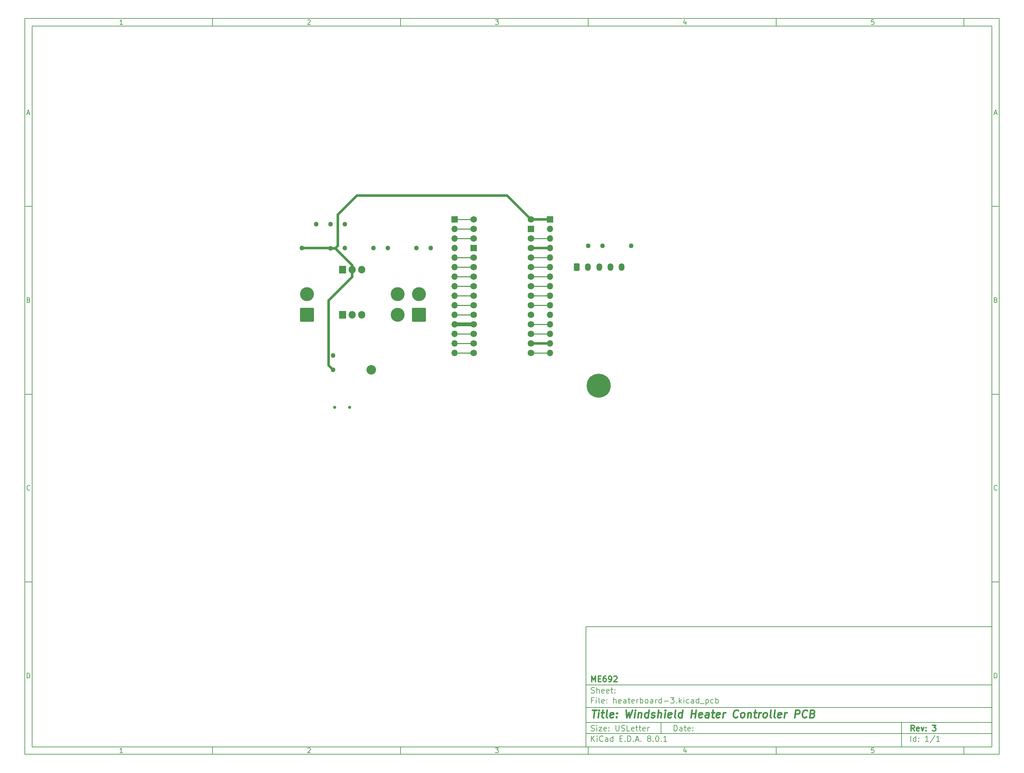
<source format=gbr>
%TF.GenerationSoftware,KiCad,Pcbnew,8.0.1*%
%TF.CreationDate,2024-05-02T11:38:50-04:00*%
%TF.ProjectId,heaterboard-3,68656174-6572-4626-9f61-72642d332e6b,3*%
%TF.SameCoordinates,Original*%
%TF.FileFunction,Copper,L4,Bot*%
%TF.FilePolarity,Positive*%
%FSLAX46Y46*%
G04 Gerber Fmt 4.6, Leading zero omitted, Abs format (unit mm)*
G04 Created by KiCad (PCBNEW 8.0.1) date 2024-05-02 11:38:50*
%MOMM*%
%LPD*%
G01*
G04 APERTURE LIST*
G04 Aperture macros list*
%AMRoundRect*
0 Rectangle with rounded corners*
0 $1 Rounding radius*
0 $2 $3 $4 $5 $6 $7 $8 $9 X,Y pos of 4 corners*
0 Add a 4 corners polygon primitive as box body*
4,1,4,$2,$3,$4,$5,$6,$7,$8,$9,$2,$3,0*
0 Add four circle primitives for the rounded corners*
1,1,$1+$1,$2,$3*
1,1,$1+$1,$4,$5*
1,1,$1+$1,$6,$7*
1,1,$1+$1,$8,$9*
0 Add four rect primitives between the rounded corners*
20,1,$1+$1,$2,$3,$4,$5,0*
20,1,$1+$1,$4,$5,$6,$7,0*
20,1,$1+$1,$6,$7,$8,$9,0*
20,1,$1+$1,$8,$9,$2,$3,0*%
G04 Aperture macros list end*
%ADD10C,0.100000*%
%ADD11C,0.150000*%
%ADD12C,0.300000*%
%ADD13C,0.400000*%
%TA.AperFunction,ComponentPad*%
%ADD14R,1.905000X2.000000*%
%TD*%
%TA.AperFunction,ComponentPad*%
%ADD15O,1.905000X2.000000*%
%TD*%
%TA.AperFunction,ComponentPad*%
%ADD16R,1.700000X1.700000*%
%TD*%
%TA.AperFunction,ComponentPad*%
%ADD17O,1.700000X1.700000*%
%TD*%
%TA.AperFunction,ComponentPad*%
%ADD18RoundRect,0.250002X1.599998X1.599998X-1.599998X1.599998X-1.599998X-1.599998X1.599998X-1.599998X0*%
%TD*%
%TA.AperFunction,ComponentPad*%
%ADD19C,3.700000*%
%TD*%
%TA.AperFunction,ComponentPad*%
%ADD20C,1.727200*%
%TD*%
%TA.AperFunction,ComponentPad*%
%ADD21R,1.727200X1.727200*%
%TD*%
%TA.AperFunction,ComponentPad*%
%ADD22RoundRect,0.250001X-0.499999X-0.759999X0.499999X-0.759999X0.499999X0.759999X-0.499999X0.759999X0*%
%TD*%
%TA.AperFunction,ComponentPad*%
%ADD23O,1.500000X2.020000*%
%TD*%
%TA.AperFunction,ComponentPad*%
%ADD24C,6.400000*%
%TD*%
%TA.AperFunction,ViaPad*%
%ADD25C,1.270000*%
%TD*%
%TA.AperFunction,ViaPad*%
%ADD26C,0.800000*%
%TD*%
%TA.AperFunction,ViaPad*%
%ADD27C,2.540000*%
%TD*%
%TA.AperFunction,Conductor*%
%ADD28C,0.635000*%
%TD*%
%TA.AperFunction,Conductor*%
%ADD29C,0.250000*%
%TD*%
%TA.AperFunction,Conductor*%
%ADD30C,1.016000*%
%TD*%
G04 APERTURE END LIST*
D10*
D11*
X159400000Y-171900000D02*
X267400000Y-171900000D01*
X267400000Y-203900000D01*
X159400000Y-203900000D01*
X159400000Y-171900000D01*
D10*
D11*
X10000000Y-10000000D02*
X269400000Y-10000000D01*
X269400000Y-205900000D01*
X10000000Y-205900000D01*
X10000000Y-10000000D01*
D10*
D11*
X12000000Y-12000000D02*
X267400000Y-12000000D01*
X267400000Y-203900000D01*
X12000000Y-203900000D01*
X12000000Y-12000000D01*
D10*
D11*
X60000000Y-12000000D02*
X60000000Y-10000000D01*
D10*
D11*
X110000000Y-12000000D02*
X110000000Y-10000000D01*
D10*
D11*
X160000000Y-12000000D02*
X160000000Y-10000000D01*
D10*
D11*
X210000000Y-12000000D02*
X210000000Y-10000000D01*
D10*
D11*
X260000000Y-12000000D02*
X260000000Y-10000000D01*
D10*
D11*
X36089160Y-11593604D02*
X35346303Y-11593604D01*
X35717731Y-11593604D02*
X35717731Y-10293604D01*
X35717731Y-10293604D02*
X35593922Y-10479319D01*
X35593922Y-10479319D02*
X35470112Y-10603128D01*
X35470112Y-10603128D02*
X35346303Y-10665033D01*
D10*
D11*
X85346303Y-10417414D02*
X85408207Y-10355509D01*
X85408207Y-10355509D02*
X85532017Y-10293604D01*
X85532017Y-10293604D02*
X85841541Y-10293604D01*
X85841541Y-10293604D02*
X85965350Y-10355509D01*
X85965350Y-10355509D02*
X86027255Y-10417414D01*
X86027255Y-10417414D02*
X86089160Y-10541223D01*
X86089160Y-10541223D02*
X86089160Y-10665033D01*
X86089160Y-10665033D02*
X86027255Y-10850747D01*
X86027255Y-10850747D02*
X85284398Y-11593604D01*
X85284398Y-11593604D02*
X86089160Y-11593604D01*
D10*
D11*
X135284398Y-10293604D02*
X136089160Y-10293604D01*
X136089160Y-10293604D02*
X135655826Y-10788842D01*
X135655826Y-10788842D02*
X135841541Y-10788842D01*
X135841541Y-10788842D02*
X135965350Y-10850747D01*
X135965350Y-10850747D02*
X136027255Y-10912652D01*
X136027255Y-10912652D02*
X136089160Y-11036461D01*
X136089160Y-11036461D02*
X136089160Y-11345985D01*
X136089160Y-11345985D02*
X136027255Y-11469795D01*
X136027255Y-11469795D02*
X135965350Y-11531700D01*
X135965350Y-11531700D02*
X135841541Y-11593604D01*
X135841541Y-11593604D02*
X135470112Y-11593604D01*
X135470112Y-11593604D02*
X135346303Y-11531700D01*
X135346303Y-11531700D02*
X135284398Y-11469795D01*
D10*
D11*
X185965350Y-10726938D02*
X185965350Y-11593604D01*
X185655826Y-10231700D02*
X185346303Y-11160271D01*
X185346303Y-11160271D02*
X186151064Y-11160271D01*
D10*
D11*
X236027255Y-10293604D02*
X235408207Y-10293604D01*
X235408207Y-10293604D02*
X235346303Y-10912652D01*
X235346303Y-10912652D02*
X235408207Y-10850747D01*
X235408207Y-10850747D02*
X235532017Y-10788842D01*
X235532017Y-10788842D02*
X235841541Y-10788842D01*
X235841541Y-10788842D02*
X235965350Y-10850747D01*
X235965350Y-10850747D02*
X236027255Y-10912652D01*
X236027255Y-10912652D02*
X236089160Y-11036461D01*
X236089160Y-11036461D02*
X236089160Y-11345985D01*
X236089160Y-11345985D02*
X236027255Y-11469795D01*
X236027255Y-11469795D02*
X235965350Y-11531700D01*
X235965350Y-11531700D02*
X235841541Y-11593604D01*
X235841541Y-11593604D02*
X235532017Y-11593604D01*
X235532017Y-11593604D02*
X235408207Y-11531700D01*
X235408207Y-11531700D02*
X235346303Y-11469795D01*
D10*
D11*
X60000000Y-203900000D02*
X60000000Y-205900000D01*
D10*
D11*
X110000000Y-203900000D02*
X110000000Y-205900000D01*
D10*
D11*
X160000000Y-203900000D02*
X160000000Y-205900000D01*
D10*
D11*
X210000000Y-203900000D02*
X210000000Y-205900000D01*
D10*
D11*
X260000000Y-203900000D02*
X260000000Y-205900000D01*
D10*
D11*
X36089160Y-205493604D02*
X35346303Y-205493604D01*
X35717731Y-205493604D02*
X35717731Y-204193604D01*
X35717731Y-204193604D02*
X35593922Y-204379319D01*
X35593922Y-204379319D02*
X35470112Y-204503128D01*
X35470112Y-204503128D02*
X35346303Y-204565033D01*
D10*
D11*
X85346303Y-204317414D02*
X85408207Y-204255509D01*
X85408207Y-204255509D02*
X85532017Y-204193604D01*
X85532017Y-204193604D02*
X85841541Y-204193604D01*
X85841541Y-204193604D02*
X85965350Y-204255509D01*
X85965350Y-204255509D02*
X86027255Y-204317414D01*
X86027255Y-204317414D02*
X86089160Y-204441223D01*
X86089160Y-204441223D02*
X86089160Y-204565033D01*
X86089160Y-204565033D02*
X86027255Y-204750747D01*
X86027255Y-204750747D02*
X85284398Y-205493604D01*
X85284398Y-205493604D02*
X86089160Y-205493604D01*
D10*
D11*
X135284398Y-204193604D02*
X136089160Y-204193604D01*
X136089160Y-204193604D02*
X135655826Y-204688842D01*
X135655826Y-204688842D02*
X135841541Y-204688842D01*
X135841541Y-204688842D02*
X135965350Y-204750747D01*
X135965350Y-204750747D02*
X136027255Y-204812652D01*
X136027255Y-204812652D02*
X136089160Y-204936461D01*
X136089160Y-204936461D02*
X136089160Y-205245985D01*
X136089160Y-205245985D02*
X136027255Y-205369795D01*
X136027255Y-205369795D02*
X135965350Y-205431700D01*
X135965350Y-205431700D02*
X135841541Y-205493604D01*
X135841541Y-205493604D02*
X135470112Y-205493604D01*
X135470112Y-205493604D02*
X135346303Y-205431700D01*
X135346303Y-205431700D02*
X135284398Y-205369795D01*
D10*
D11*
X185965350Y-204626938D02*
X185965350Y-205493604D01*
X185655826Y-204131700D02*
X185346303Y-205060271D01*
X185346303Y-205060271D02*
X186151064Y-205060271D01*
D10*
D11*
X236027255Y-204193604D02*
X235408207Y-204193604D01*
X235408207Y-204193604D02*
X235346303Y-204812652D01*
X235346303Y-204812652D02*
X235408207Y-204750747D01*
X235408207Y-204750747D02*
X235532017Y-204688842D01*
X235532017Y-204688842D02*
X235841541Y-204688842D01*
X235841541Y-204688842D02*
X235965350Y-204750747D01*
X235965350Y-204750747D02*
X236027255Y-204812652D01*
X236027255Y-204812652D02*
X236089160Y-204936461D01*
X236089160Y-204936461D02*
X236089160Y-205245985D01*
X236089160Y-205245985D02*
X236027255Y-205369795D01*
X236027255Y-205369795D02*
X235965350Y-205431700D01*
X235965350Y-205431700D02*
X235841541Y-205493604D01*
X235841541Y-205493604D02*
X235532017Y-205493604D01*
X235532017Y-205493604D02*
X235408207Y-205431700D01*
X235408207Y-205431700D02*
X235346303Y-205369795D01*
D10*
D11*
X10000000Y-60000000D02*
X12000000Y-60000000D01*
D10*
D11*
X10000000Y-110000000D02*
X12000000Y-110000000D01*
D10*
D11*
X10000000Y-160000000D02*
X12000000Y-160000000D01*
D10*
D11*
X10690476Y-35222176D02*
X11309523Y-35222176D01*
X10566666Y-35593604D02*
X10999999Y-34293604D01*
X10999999Y-34293604D02*
X11433333Y-35593604D01*
D10*
D11*
X11092857Y-84912652D02*
X11278571Y-84974557D01*
X11278571Y-84974557D02*
X11340476Y-85036461D01*
X11340476Y-85036461D02*
X11402380Y-85160271D01*
X11402380Y-85160271D02*
X11402380Y-85345985D01*
X11402380Y-85345985D02*
X11340476Y-85469795D01*
X11340476Y-85469795D02*
X11278571Y-85531700D01*
X11278571Y-85531700D02*
X11154761Y-85593604D01*
X11154761Y-85593604D02*
X10659523Y-85593604D01*
X10659523Y-85593604D02*
X10659523Y-84293604D01*
X10659523Y-84293604D02*
X11092857Y-84293604D01*
X11092857Y-84293604D02*
X11216666Y-84355509D01*
X11216666Y-84355509D02*
X11278571Y-84417414D01*
X11278571Y-84417414D02*
X11340476Y-84541223D01*
X11340476Y-84541223D02*
X11340476Y-84665033D01*
X11340476Y-84665033D02*
X11278571Y-84788842D01*
X11278571Y-84788842D02*
X11216666Y-84850747D01*
X11216666Y-84850747D02*
X11092857Y-84912652D01*
X11092857Y-84912652D02*
X10659523Y-84912652D01*
D10*
D11*
X11402380Y-135469795D02*
X11340476Y-135531700D01*
X11340476Y-135531700D02*
X11154761Y-135593604D01*
X11154761Y-135593604D02*
X11030952Y-135593604D01*
X11030952Y-135593604D02*
X10845238Y-135531700D01*
X10845238Y-135531700D02*
X10721428Y-135407890D01*
X10721428Y-135407890D02*
X10659523Y-135284080D01*
X10659523Y-135284080D02*
X10597619Y-135036461D01*
X10597619Y-135036461D02*
X10597619Y-134850747D01*
X10597619Y-134850747D02*
X10659523Y-134603128D01*
X10659523Y-134603128D02*
X10721428Y-134479319D01*
X10721428Y-134479319D02*
X10845238Y-134355509D01*
X10845238Y-134355509D02*
X11030952Y-134293604D01*
X11030952Y-134293604D02*
X11154761Y-134293604D01*
X11154761Y-134293604D02*
X11340476Y-134355509D01*
X11340476Y-134355509D02*
X11402380Y-134417414D01*
D10*
D11*
X10659523Y-185593604D02*
X10659523Y-184293604D01*
X10659523Y-184293604D02*
X10969047Y-184293604D01*
X10969047Y-184293604D02*
X11154761Y-184355509D01*
X11154761Y-184355509D02*
X11278571Y-184479319D01*
X11278571Y-184479319D02*
X11340476Y-184603128D01*
X11340476Y-184603128D02*
X11402380Y-184850747D01*
X11402380Y-184850747D02*
X11402380Y-185036461D01*
X11402380Y-185036461D02*
X11340476Y-185284080D01*
X11340476Y-185284080D02*
X11278571Y-185407890D01*
X11278571Y-185407890D02*
X11154761Y-185531700D01*
X11154761Y-185531700D02*
X10969047Y-185593604D01*
X10969047Y-185593604D02*
X10659523Y-185593604D01*
D10*
D11*
X269400000Y-60000000D02*
X267400000Y-60000000D01*
D10*
D11*
X269400000Y-110000000D02*
X267400000Y-110000000D01*
D10*
D11*
X269400000Y-160000000D02*
X267400000Y-160000000D01*
D10*
D11*
X268090476Y-35222176D02*
X268709523Y-35222176D01*
X267966666Y-35593604D02*
X268399999Y-34293604D01*
X268399999Y-34293604D02*
X268833333Y-35593604D01*
D10*
D11*
X268492857Y-84912652D02*
X268678571Y-84974557D01*
X268678571Y-84974557D02*
X268740476Y-85036461D01*
X268740476Y-85036461D02*
X268802380Y-85160271D01*
X268802380Y-85160271D02*
X268802380Y-85345985D01*
X268802380Y-85345985D02*
X268740476Y-85469795D01*
X268740476Y-85469795D02*
X268678571Y-85531700D01*
X268678571Y-85531700D02*
X268554761Y-85593604D01*
X268554761Y-85593604D02*
X268059523Y-85593604D01*
X268059523Y-85593604D02*
X268059523Y-84293604D01*
X268059523Y-84293604D02*
X268492857Y-84293604D01*
X268492857Y-84293604D02*
X268616666Y-84355509D01*
X268616666Y-84355509D02*
X268678571Y-84417414D01*
X268678571Y-84417414D02*
X268740476Y-84541223D01*
X268740476Y-84541223D02*
X268740476Y-84665033D01*
X268740476Y-84665033D02*
X268678571Y-84788842D01*
X268678571Y-84788842D02*
X268616666Y-84850747D01*
X268616666Y-84850747D02*
X268492857Y-84912652D01*
X268492857Y-84912652D02*
X268059523Y-84912652D01*
D10*
D11*
X268802380Y-135469795D02*
X268740476Y-135531700D01*
X268740476Y-135531700D02*
X268554761Y-135593604D01*
X268554761Y-135593604D02*
X268430952Y-135593604D01*
X268430952Y-135593604D02*
X268245238Y-135531700D01*
X268245238Y-135531700D02*
X268121428Y-135407890D01*
X268121428Y-135407890D02*
X268059523Y-135284080D01*
X268059523Y-135284080D02*
X267997619Y-135036461D01*
X267997619Y-135036461D02*
X267997619Y-134850747D01*
X267997619Y-134850747D02*
X268059523Y-134603128D01*
X268059523Y-134603128D02*
X268121428Y-134479319D01*
X268121428Y-134479319D02*
X268245238Y-134355509D01*
X268245238Y-134355509D02*
X268430952Y-134293604D01*
X268430952Y-134293604D02*
X268554761Y-134293604D01*
X268554761Y-134293604D02*
X268740476Y-134355509D01*
X268740476Y-134355509D02*
X268802380Y-134417414D01*
D10*
D11*
X268059523Y-185593604D02*
X268059523Y-184293604D01*
X268059523Y-184293604D02*
X268369047Y-184293604D01*
X268369047Y-184293604D02*
X268554761Y-184355509D01*
X268554761Y-184355509D02*
X268678571Y-184479319D01*
X268678571Y-184479319D02*
X268740476Y-184603128D01*
X268740476Y-184603128D02*
X268802380Y-184850747D01*
X268802380Y-184850747D02*
X268802380Y-185036461D01*
X268802380Y-185036461D02*
X268740476Y-185284080D01*
X268740476Y-185284080D02*
X268678571Y-185407890D01*
X268678571Y-185407890D02*
X268554761Y-185531700D01*
X268554761Y-185531700D02*
X268369047Y-185593604D01*
X268369047Y-185593604D02*
X268059523Y-185593604D01*
D10*
D11*
X182855826Y-199686128D02*
X182855826Y-198186128D01*
X182855826Y-198186128D02*
X183212969Y-198186128D01*
X183212969Y-198186128D02*
X183427255Y-198257557D01*
X183427255Y-198257557D02*
X183570112Y-198400414D01*
X183570112Y-198400414D02*
X183641541Y-198543271D01*
X183641541Y-198543271D02*
X183712969Y-198828985D01*
X183712969Y-198828985D02*
X183712969Y-199043271D01*
X183712969Y-199043271D02*
X183641541Y-199328985D01*
X183641541Y-199328985D02*
X183570112Y-199471842D01*
X183570112Y-199471842D02*
X183427255Y-199614700D01*
X183427255Y-199614700D02*
X183212969Y-199686128D01*
X183212969Y-199686128D02*
X182855826Y-199686128D01*
X184998684Y-199686128D02*
X184998684Y-198900414D01*
X184998684Y-198900414D02*
X184927255Y-198757557D01*
X184927255Y-198757557D02*
X184784398Y-198686128D01*
X184784398Y-198686128D02*
X184498684Y-198686128D01*
X184498684Y-198686128D02*
X184355826Y-198757557D01*
X184998684Y-199614700D02*
X184855826Y-199686128D01*
X184855826Y-199686128D02*
X184498684Y-199686128D01*
X184498684Y-199686128D02*
X184355826Y-199614700D01*
X184355826Y-199614700D02*
X184284398Y-199471842D01*
X184284398Y-199471842D02*
X184284398Y-199328985D01*
X184284398Y-199328985D02*
X184355826Y-199186128D01*
X184355826Y-199186128D02*
X184498684Y-199114700D01*
X184498684Y-199114700D02*
X184855826Y-199114700D01*
X184855826Y-199114700D02*
X184998684Y-199043271D01*
X185498684Y-198686128D02*
X186070112Y-198686128D01*
X185712969Y-198186128D02*
X185712969Y-199471842D01*
X185712969Y-199471842D02*
X185784398Y-199614700D01*
X185784398Y-199614700D02*
X185927255Y-199686128D01*
X185927255Y-199686128D02*
X186070112Y-199686128D01*
X187141541Y-199614700D02*
X186998684Y-199686128D01*
X186998684Y-199686128D02*
X186712970Y-199686128D01*
X186712970Y-199686128D02*
X186570112Y-199614700D01*
X186570112Y-199614700D02*
X186498684Y-199471842D01*
X186498684Y-199471842D02*
X186498684Y-198900414D01*
X186498684Y-198900414D02*
X186570112Y-198757557D01*
X186570112Y-198757557D02*
X186712970Y-198686128D01*
X186712970Y-198686128D02*
X186998684Y-198686128D01*
X186998684Y-198686128D02*
X187141541Y-198757557D01*
X187141541Y-198757557D02*
X187212970Y-198900414D01*
X187212970Y-198900414D02*
X187212970Y-199043271D01*
X187212970Y-199043271D02*
X186498684Y-199186128D01*
X187855826Y-199543271D02*
X187927255Y-199614700D01*
X187927255Y-199614700D02*
X187855826Y-199686128D01*
X187855826Y-199686128D02*
X187784398Y-199614700D01*
X187784398Y-199614700D02*
X187855826Y-199543271D01*
X187855826Y-199543271D02*
X187855826Y-199686128D01*
X187855826Y-198757557D02*
X187927255Y-198828985D01*
X187927255Y-198828985D02*
X187855826Y-198900414D01*
X187855826Y-198900414D02*
X187784398Y-198828985D01*
X187784398Y-198828985D02*
X187855826Y-198757557D01*
X187855826Y-198757557D02*
X187855826Y-198900414D01*
D10*
D11*
X159400000Y-200400000D02*
X267400000Y-200400000D01*
D10*
D11*
X160855826Y-202486128D02*
X160855826Y-200986128D01*
X161712969Y-202486128D02*
X161070112Y-201628985D01*
X161712969Y-200986128D02*
X160855826Y-201843271D01*
X162355826Y-202486128D02*
X162355826Y-201486128D01*
X162355826Y-200986128D02*
X162284398Y-201057557D01*
X162284398Y-201057557D02*
X162355826Y-201128985D01*
X162355826Y-201128985D02*
X162427255Y-201057557D01*
X162427255Y-201057557D02*
X162355826Y-200986128D01*
X162355826Y-200986128D02*
X162355826Y-201128985D01*
X163927255Y-202343271D02*
X163855827Y-202414700D01*
X163855827Y-202414700D02*
X163641541Y-202486128D01*
X163641541Y-202486128D02*
X163498684Y-202486128D01*
X163498684Y-202486128D02*
X163284398Y-202414700D01*
X163284398Y-202414700D02*
X163141541Y-202271842D01*
X163141541Y-202271842D02*
X163070112Y-202128985D01*
X163070112Y-202128985D02*
X162998684Y-201843271D01*
X162998684Y-201843271D02*
X162998684Y-201628985D01*
X162998684Y-201628985D02*
X163070112Y-201343271D01*
X163070112Y-201343271D02*
X163141541Y-201200414D01*
X163141541Y-201200414D02*
X163284398Y-201057557D01*
X163284398Y-201057557D02*
X163498684Y-200986128D01*
X163498684Y-200986128D02*
X163641541Y-200986128D01*
X163641541Y-200986128D02*
X163855827Y-201057557D01*
X163855827Y-201057557D02*
X163927255Y-201128985D01*
X165212970Y-202486128D02*
X165212970Y-201700414D01*
X165212970Y-201700414D02*
X165141541Y-201557557D01*
X165141541Y-201557557D02*
X164998684Y-201486128D01*
X164998684Y-201486128D02*
X164712970Y-201486128D01*
X164712970Y-201486128D02*
X164570112Y-201557557D01*
X165212970Y-202414700D02*
X165070112Y-202486128D01*
X165070112Y-202486128D02*
X164712970Y-202486128D01*
X164712970Y-202486128D02*
X164570112Y-202414700D01*
X164570112Y-202414700D02*
X164498684Y-202271842D01*
X164498684Y-202271842D02*
X164498684Y-202128985D01*
X164498684Y-202128985D02*
X164570112Y-201986128D01*
X164570112Y-201986128D02*
X164712970Y-201914700D01*
X164712970Y-201914700D02*
X165070112Y-201914700D01*
X165070112Y-201914700D02*
X165212970Y-201843271D01*
X166570113Y-202486128D02*
X166570113Y-200986128D01*
X166570113Y-202414700D02*
X166427255Y-202486128D01*
X166427255Y-202486128D02*
X166141541Y-202486128D01*
X166141541Y-202486128D02*
X165998684Y-202414700D01*
X165998684Y-202414700D02*
X165927255Y-202343271D01*
X165927255Y-202343271D02*
X165855827Y-202200414D01*
X165855827Y-202200414D02*
X165855827Y-201771842D01*
X165855827Y-201771842D02*
X165927255Y-201628985D01*
X165927255Y-201628985D02*
X165998684Y-201557557D01*
X165998684Y-201557557D02*
X166141541Y-201486128D01*
X166141541Y-201486128D02*
X166427255Y-201486128D01*
X166427255Y-201486128D02*
X166570113Y-201557557D01*
X168427255Y-201700414D02*
X168927255Y-201700414D01*
X169141541Y-202486128D02*
X168427255Y-202486128D01*
X168427255Y-202486128D02*
X168427255Y-200986128D01*
X168427255Y-200986128D02*
X169141541Y-200986128D01*
X169784398Y-202343271D02*
X169855827Y-202414700D01*
X169855827Y-202414700D02*
X169784398Y-202486128D01*
X169784398Y-202486128D02*
X169712970Y-202414700D01*
X169712970Y-202414700D02*
X169784398Y-202343271D01*
X169784398Y-202343271D02*
X169784398Y-202486128D01*
X170498684Y-202486128D02*
X170498684Y-200986128D01*
X170498684Y-200986128D02*
X170855827Y-200986128D01*
X170855827Y-200986128D02*
X171070113Y-201057557D01*
X171070113Y-201057557D02*
X171212970Y-201200414D01*
X171212970Y-201200414D02*
X171284399Y-201343271D01*
X171284399Y-201343271D02*
X171355827Y-201628985D01*
X171355827Y-201628985D02*
X171355827Y-201843271D01*
X171355827Y-201843271D02*
X171284399Y-202128985D01*
X171284399Y-202128985D02*
X171212970Y-202271842D01*
X171212970Y-202271842D02*
X171070113Y-202414700D01*
X171070113Y-202414700D02*
X170855827Y-202486128D01*
X170855827Y-202486128D02*
X170498684Y-202486128D01*
X171998684Y-202343271D02*
X172070113Y-202414700D01*
X172070113Y-202414700D02*
X171998684Y-202486128D01*
X171998684Y-202486128D02*
X171927256Y-202414700D01*
X171927256Y-202414700D02*
X171998684Y-202343271D01*
X171998684Y-202343271D02*
X171998684Y-202486128D01*
X172641542Y-202057557D02*
X173355828Y-202057557D01*
X172498685Y-202486128D02*
X172998685Y-200986128D01*
X172998685Y-200986128D02*
X173498685Y-202486128D01*
X173998684Y-202343271D02*
X174070113Y-202414700D01*
X174070113Y-202414700D02*
X173998684Y-202486128D01*
X173998684Y-202486128D02*
X173927256Y-202414700D01*
X173927256Y-202414700D02*
X173998684Y-202343271D01*
X173998684Y-202343271D02*
X173998684Y-202486128D01*
X176070113Y-201628985D02*
X175927256Y-201557557D01*
X175927256Y-201557557D02*
X175855827Y-201486128D01*
X175855827Y-201486128D02*
X175784399Y-201343271D01*
X175784399Y-201343271D02*
X175784399Y-201271842D01*
X175784399Y-201271842D02*
X175855827Y-201128985D01*
X175855827Y-201128985D02*
X175927256Y-201057557D01*
X175927256Y-201057557D02*
X176070113Y-200986128D01*
X176070113Y-200986128D02*
X176355827Y-200986128D01*
X176355827Y-200986128D02*
X176498685Y-201057557D01*
X176498685Y-201057557D02*
X176570113Y-201128985D01*
X176570113Y-201128985D02*
X176641542Y-201271842D01*
X176641542Y-201271842D02*
X176641542Y-201343271D01*
X176641542Y-201343271D02*
X176570113Y-201486128D01*
X176570113Y-201486128D02*
X176498685Y-201557557D01*
X176498685Y-201557557D02*
X176355827Y-201628985D01*
X176355827Y-201628985D02*
X176070113Y-201628985D01*
X176070113Y-201628985D02*
X175927256Y-201700414D01*
X175927256Y-201700414D02*
X175855827Y-201771842D01*
X175855827Y-201771842D02*
X175784399Y-201914700D01*
X175784399Y-201914700D02*
X175784399Y-202200414D01*
X175784399Y-202200414D02*
X175855827Y-202343271D01*
X175855827Y-202343271D02*
X175927256Y-202414700D01*
X175927256Y-202414700D02*
X176070113Y-202486128D01*
X176070113Y-202486128D02*
X176355827Y-202486128D01*
X176355827Y-202486128D02*
X176498685Y-202414700D01*
X176498685Y-202414700D02*
X176570113Y-202343271D01*
X176570113Y-202343271D02*
X176641542Y-202200414D01*
X176641542Y-202200414D02*
X176641542Y-201914700D01*
X176641542Y-201914700D02*
X176570113Y-201771842D01*
X176570113Y-201771842D02*
X176498685Y-201700414D01*
X176498685Y-201700414D02*
X176355827Y-201628985D01*
X177284398Y-202343271D02*
X177355827Y-202414700D01*
X177355827Y-202414700D02*
X177284398Y-202486128D01*
X177284398Y-202486128D02*
X177212970Y-202414700D01*
X177212970Y-202414700D02*
X177284398Y-202343271D01*
X177284398Y-202343271D02*
X177284398Y-202486128D01*
X178284399Y-200986128D02*
X178427256Y-200986128D01*
X178427256Y-200986128D02*
X178570113Y-201057557D01*
X178570113Y-201057557D02*
X178641542Y-201128985D01*
X178641542Y-201128985D02*
X178712970Y-201271842D01*
X178712970Y-201271842D02*
X178784399Y-201557557D01*
X178784399Y-201557557D02*
X178784399Y-201914700D01*
X178784399Y-201914700D02*
X178712970Y-202200414D01*
X178712970Y-202200414D02*
X178641542Y-202343271D01*
X178641542Y-202343271D02*
X178570113Y-202414700D01*
X178570113Y-202414700D02*
X178427256Y-202486128D01*
X178427256Y-202486128D02*
X178284399Y-202486128D01*
X178284399Y-202486128D02*
X178141542Y-202414700D01*
X178141542Y-202414700D02*
X178070113Y-202343271D01*
X178070113Y-202343271D02*
X177998684Y-202200414D01*
X177998684Y-202200414D02*
X177927256Y-201914700D01*
X177927256Y-201914700D02*
X177927256Y-201557557D01*
X177927256Y-201557557D02*
X177998684Y-201271842D01*
X177998684Y-201271842D02*
X178070113Y-201128985D01*
X178070113Y-201128985D02*
X178141542Y-201057557D01*
X178141542Y-201057557D02*
X178284399Y-200986128D01*
X179427255Y-202343271D02*
X179498684Y-202414700D01*
X179498684Y-202414700D02*
X179427255Y-202486128D01*
X179427255Y-202486128D02*
X179355827Y-202414700D01*
X179355827Y-202414700D02*
X179427255Y-202343271D01*
X179427255Y-202343271D02*
X179427255Y-202486128D01*
X180927256Y-202486128D02*
X180070113Y-202486128D01*
X180498684Y-202486128D02*
X180498684Y-200986128D01*
X180498684Y-200986128D02*
X180355827Y-201200414D01*
X180355827Y-201200414D02*
X180212970Y-201343271D01*
X180212970Y-201343271D02*
X180070113Y-201414700D01*
D10*
D11*
X159400000Y-197400000D02*
X267400000Y-197400000D01*
D10*
D12*
X246811653Y-199678328D02*
X246311653Y-198964042D01*
X245954510Y-199678328D02*
X245954510Y-198178328D01*
X245954510Y-198178328D02*
X246525939Y-198178328D01*
X246525939Y-198178328D02*
X246668796Y-198249757D01*
X246668796Y-198249757D02*
X246740225Y-198321185D01*
X246740225Y-198321185D02*
X246811653Y-198464042D01*
X246811653Y-198464042D02*
X246811653Y-198678328D01*
X246811653Y-198678328D02*
X246740225Y-198821185D01*
X246740225Y-198821185D02*
X246668796Y-198892614D01*
X246668796Y-198892614D02*
X246525939Y-198964042D01*
X246525939Y-198964042D02*
X245954510Y-198964042D01*
X248025939Y-199606900D02*
X247883082Y-199678328D01*
X247883082Y-199678328D02*
X247597368Y-199678328D01*
X247597368Y-199678328D02*
X247454510Y-199606900D01*
X247454510Y-199606900D02*
X247383082Y-199464042D01*
X247383082Y-199464042D02*
X247383082Y-198892614D01*
X247383082Y-198892614D02*
X247454510Y-198749757D01*
X247454510Y-198749757D02*
X247597368Y-198678328D01*
X247597368Y-198678328D02*
X247883082Y-198678328D01*
X247883082Y-198678328D02*
X248025939Y-198749757D01*
X248025939Y-198749757D02*
X248097368Y-198892614D01*
X248097368Y-198892614D02*
X248097368Y-199035471D01*
X248097368Y-199035471D02*
X247383082Y-199178328D01*
X248597367Y-198678328D02*
X248954510Y-199678328D01*
X248954510Y-199678328D02*
X249311653Y-198678328D01*
X249883081Y-199535471D02*
X249954510Y-199606900D01*
X249954510Y-199606900D02*
X249883081Y-199678328D01*
X249883081Y-199678328D02*
X249811653Y-199606900D01*
X249811653Y-199606900D02*
X249883081Y-199535471D01*
X249883081Y-199535471D02*
X249883081Y-199678328D01*
X249883081Y-198749757D02*
X249954510Y-198821185D01*
X249954510Y-198821185D02*
X249883081Y-198892614D01*
X249883081Y-198892614D02*
X249811653Y-198821185D01*
X249811653Y-198821185D02*
X249883081Y-198749757D01*
X249883081Y-198749757D02*
X249883081Y-198892614D01*
X251597367Y-198178328D02*
X252525939Y-198178328D01*
X252525939Y-198178328D02*
X252025939Y-198749757D01*
X252025939Y-198749757D02*
X252240224Y-198749757D01*
X252240224Y-198749757D02*
X252383082Y-198821185D01*
X252383082Y-198821185D02*
X252454510Y-198892614D01*
X252454510Y-198892614D02*
X252525939Y-199035471D01*
X252525939Y-199035471D02*
X252525939Y-199392614D01*
X252525939Y-199392614D02*
X252454510Y-199535471D01*
X252454510Y-199535471D02*
X252383082Y-199606900D01*
X252383082Y-199606900D02*
X252240224Y-199678328D01*
X252240224Y-199678328D02*
X251811653Y-199678328D01*
X251811653Y-199678328D02*
X251668796Y-199606900D01*
X251668796Y-199606900D02*
X251597367Y-199535471D01*
D10*
D11*
X160784398Y-199614700D02*
X160998684Y-199686128D01*
X160998684Y-199686128D02*
X161355826Y-199686128D01*
X161355826Y-199686128D02*
X161498684Y-199614700D01*
X161498684Y-199614700D02*
X161570112Y-199543271D01*
X161570112Y-199543271D02*
X161641541Y-199400414D01*
X161641541Y-199400414D02*
X161641541Y-199257557D01*
X161641541Y-199257557D02*
X161570112Y-199114700D01*
X161570112Y-199114700D02*
X161498684Y-199043271D01*
X161498684Y-199043271D02*
X161355826Y-198971842D01*
X161355826Y-198971842D02*
X161070112Y-198900414D01*
X161070112Y-198900414D02*
X160927255Y-198828985D01*
X160927255Y-198828985D02*
X160855826Y-198757557D01*
X160855826Y-198757557D02*
X160784398Y-198614700D01*
X160784398Y-198614700D02*
X160784398Y-198471842D01*
X160784398Y-198471842D02*
X160855826Y-198328985D01*
X160855826Y-198328985D02*
X160927255Y-198257557D01*
X160927255Y-198257557D02*
X161070112Y-198186128D01*
X161070112Y-198186128D02*
X161427255Y-198186128D01*
X161427255Y-198186128D02*
X161641541Y-198257557D01*
X162284397Y-199686128D02*
X162284397Y-198686128D01*
X162284397Y-198186128D02*
X162212969Y-198257557D01*
X162212969Y-198257557D02*
X162284397Y-198328985D01*
X162284397Y-198328985D02*
X162355826Y-198257557D01*
X162355826Y-198257557D02*
X162284397Y-198186128D01*
X162284397Y-198186128D02*
X162284397Y-198328985D01*
X162855826Y-198686128D02*
X163641541Y-198686128D01*
X163641541Y-198686128D02*
X162855826Y-199686128D01*
X162855826Y-199686128D02*
X163641541Y-199686128D01*
X164784398Y-199614700D02*
X164641541Y-199686128D01*
X164641541Y-199686128D02*
X164355827Y-199686128D01*
X164355827Y-199686128D02*
X164212969Y-199614700D01*
X164212969Y-199614700D02*
X164141541Y-199471842D01*
X164141541Y-199471842D02*
X164141541Y-198900414D01*
X164141541Y-198900414D02*
X164212969Y-198757557D01*
X164212969Y-198757557D02*
X164355827Y-198686128D01*
X164355827Y-198686128D02*
X164641541Y-198686128D01*
X164641541Y-198686128D02*
X164784398Y-198757557D01*
X164784398Y-198757557D02*
X164855827Y-198900414D01*
X164855827Y-198900414D02*
X164855827Y-199043271D01*
X164855827Y-199043271D02*
X164141541Y-199186128D01*
X165498683Y-199543271D02*
X165570112Y-199614700D01*
X165570112Y-199614700D02*
X165498683Y-199686128D01*
X165498683Y-199686128D02*
X165427255Y-199614700D01*
X165427255Y-199614700D02*
X165498683Y-199543271D01*
X165498683Y-199543271D02*
X165498683Y-199686128D01*
X165498683Y-198757557D02*
X165570112Y-198828985D01*
X165570112Y-198828985D02*
X165498683Y-198900414D01*
X165498683Y-198900414D02*
X165427255Y-198828985D01*
X165427255Y-198828985D02*
X165498683Y-198757557D01*
X165498683Y-198757557D02*
X165498683Y-198900414D01*
X167355826Y-198186128D02*
X167355826Y-199400414D01*
X167355826Y-199400414D02*
X167427255Y-199543271D01*
X167427255Y-199543271D02*
X167498684Y-199614700D01*
X167498684Y-199614700D02*
X167641541Y-199686128D01*
X167641541Y-199686128D02*
X167927255Y-199686128D01*
X167927255Y-199686128D02*
X168070112Y-199614700D01*
X168070112Y-199614700D02*
X168141541Y-199543271D01*
X168141541Y-199543271D02*
X168212969Y-199400414D01*
X168212969Y-199400414D02*
X168212969Y-198186128D01*
X168855827Y-199614700D02*
X169070113Y-199686128D01*
X169070113Y-199686128D02*
X169427255Y-199686128D01*
X169427255Y-199686128D02*
X169570113Y-199614700D01*
X169570113Y-199614700D02*
X169641541Y-199543271D01*
X169641541Y-199543271D02*
X169712970Y-199400414D01*
X169712970Y-199400414D02*
X169712970Y-199257557D01*
X169712970Y-199257557D02*
X169641541Y-199114700D01*
X169641541Y-199114700D02*
X169570113Y-199043271D01*
X169570113Y-199043271D02*
X169427255Y-198971842D01*
X169427255Y-198971842D02*
X169141541Y-198900414D01*
X169141541Y-198900414D02*
X168998684Y-198828985D01*
X168998684Y-198828985D02*
X168927255Y-198757557D01*
X168927255Y-198757557D02*
X168855827Y-198614700D01*
X168855827Y-198614700D02*
X168855827Y-198471842D01*
X168855827Y-198471842D02*
X168927255Y-198328985D01*
X168927255Y-198328985D02*
X168998684Y-198257557D01*
X168998684Y-198257557D02*
X169141541Y-198186128D01*
X169141541Y-198186128D02*
X169498684Y-198186128D01*
X169498684Y-198186128D02*
X169712970Y-198257557D01*
X171070112Y-199686128D02*
X170355826Y-199686128D01*
X170355826Y-199686128D02*
X170355826Y-198186128D01*
X172141541Y-199614700D02*
X171998684Y-199686128D01*
X171998684Y-199686128D02*
X171712970Y-199686128D01*
X171712970Y-199686128D02*
X171570112Y-199614700D01*
X171570112Y-199614700D02*
X171498684Y-199471842D01*
X171498684Y-199471842D02*
X171498684Y-198900414D01*
X171498684Y-198900414D02*
X171570112Y-198757557D01*
X171570112Y-198757557D02*
X171712970Y-198686128D01*
X171712970Y-198686128D02*
X171998684Y-198686128D01*
X171998684Y-198686128D02*
X172141541Y-198757557D01*
X172141541Y-198757557D02*
X172212970Y-198900414D01*
X172212970Y-198900414D02*
X172212970Y-199043271D01*
X172212970Y-199043271D02*
X171498684Y-199186128D01*
X172641541Y-198686128D02*
X173212969Y-198686128D01*
X172855826Y-198186128D02*
X172855826Y-199471842D01*
X172855826Y-199471842D02*
X172927255Y-199614700D01*
X172927255Y-199614700D02*
X173070112Y-199686128D01*
X173070112Y-199686128D02*
X173212969Y-199686128D01*
X173498684Y-198686128D02*
X174070112Y-198686128D01*
X173712969Y-198186128D02*
X173712969Y-199471842D01*
X173712969Y-199471842D02*
X173784398Y-199614700D01*
X173784398Y-199614700D02*
X173927255Y-199686128D01*
X173927255Y-199686128D02*
X174070112Y-199686128D01*
X175141541Y-199614700D02*
X174998684Y-199686128D01*
X174998684Y-199686128D02*
X174712970Y-199686128D01*
X174712970Y-199686128D02*
X174570112Y-199614700D01*
X174570112Y-199614700D02*
X174498684Y-199471842D01*
X174498684Y-199471842D02*
X174498684Y-198900414D01*
X174498684Y-198900414D02*
X174570112Y-198757557D01*
X174570112Y-198757557D02*
X174712970Y-198686128D01*
X174712970Y-198686128D02*
X174998684Y-198686128D01*
X174998684Y-198686128D02*
X175141541Y-198757557D01*
X175141541Y-198757557D02*
X175212970Y-198900414D01*
X175212970Y-198900414D02*
X175212970Y-199043271D01*
X175212970Y-199043271D02*
X174498684Y-199186128D01*
X175855826Y-199686128D02*
X175855826Y-198686128D01*
X175855826Y-198971842D02*
X175927255Y-198828985D01*
X175927255Y-198828985D02*
X175998684Y-198757557D01*
X175998684Y-198757557D02*
X176141541Y-198686128D01*
X176141541Y-198686128D02*
X176284398Y-198686128D01*
D10*
D11*
X245855826Y-202486128D02*
X245855826Y-200986128D01*
X247212970Y-202486128D02*
X247212970Y-200986128D01*
X247212970Y-202414700D02*
X247070112Y-202486128D01*
X247070112Y-202486128D02*
X246784398Y-202486128D01*
X246784398Y-202486128D02*
X246641541Y-202414700D01*
X246641541Y-202414700D02*
X246570112Y-202343271D01*
X246570112Y-202343271D02*
X246498684Y-202200414D01*
X246498684Y-202200414D02*
X246498684Y-201771842D01*
X246498684Y-201771842D02*
X246570112Y-201628985D01*
X246570112Y-201628985D02*
X246641541Y-201557557D01*
X246641541Y-201557557D02*
X246784398Y-201486128D01*
X246784398Y-201486128D02*
X247070112Y-201486128D01*
X247070112Y-201486128D02*
X247212970Y-201557557D01*
X247927255Y-202343271D02*
X247998684Y-202414700D01*
X247998684Y-202414700D02*
X247927255Y-202486128D01*
X247927255Y-202486128D02*
X247855827Y-202414700D01*
X247855827Y-202414700D02*
X247927255Y-202343271D01*
X247927255Y-202343271D02*
X247927255Y-202486128D01*
X247927255Y-201557557D02*
X247998684Y-201628985D01*
X247998684Y-201628985D02*
X247927255Y-201700414D01*
X247927255Y-201700414D02*
X247855827Y-201628985D01*
X247855827Y-201628985D02*
X247927255Y-201557557D01*
X247927255Y-201557557D02*
X247927255Y-201700414D01*
X250570113Y-202486128D02*
X249712970Y-202486128D01*
X250141541Y-202486128D02*
X250141541Y-200986128D01*
X250141541Y-200986128D02*
X249998684Y-201200414D01*
X249998684Y-201200414D02*
X249855827Y-201343271D01*
X249855827Y-201343271D02*
X249712970Y-201414700D01*
X252284398Y-200914700D02*
X250998684Y-202843271D01*
X253570113Y-202486128D02*
X252712970Y-202486128D01*
X253141541Y-202486128D02*
X253141541Y-200986128D01*
X253141541Y-200986128D02*
X252998684Y-201200414D01*
X252998684Y-201200414D02*
X252855827Y-201343271D01*
X252855827Y-201343271D02*
X252712970Y-201414700D01*
D10*
D11*
X159400000Y-193400000D02*
X267400000Y-193400000D01*
D10*
D13*
X161091728Y-194104438D02*
X162234585Y-194104438D01*
X161413157Y-196104438D02*
X161663157Y-194104438D01*
X162651252Y-196104438D02*
X162817919Y-194771104D01*
X162901252Y-194104438D02*
X162794109Y-194199676D01*
X162794109Y-194199676D02*
X162877443Y-194294914D01*
X162877443Y-194294914D02*
X162984586Y-194199676D01*
X162984586Y-194199676D02*
X162901252Y-194104438D01*
X162901252Y-194104438D02*
X162877443Y-194294914D01*
X163484586Y-194771104D02*
X164246490Y-194771104D01*
X163853633Y-194104438D02*
X163639348Y-195818723D01*
X163639348Y-195818723D02*
X163710776Y-196009200D01*
X163710776Y-196009200D02*
X163889348Y-196104438D01*
X163889348Y-196104438D02*
X164079824Y-196104438D01*
X165032205Y-196104438D02*
X164853633Y-196009200D01*
X164853633Y-196009200D02*
X164782205Y-195818723D01*
X164782205Y-195818723D02*
X164996490Y-194104438D01*
X166567919Y-196009200D02*
X166365538Y-196104438D01*
X166365538Y-196104438D02*
X165984585Y-196104438D01*
X165984585Y-196104438D02*
X165806014Y-196009200D01*
X165806014Y-196009200D02*
X165734585Y-195818723D01*
X165734585Y-195818723D02*
X165829824Y-195056819D01*
X165829824Y-195056819D02*
X165948871Y-194866342D01*
X165948871Y-194866342D02*
X166151252Y-194771104D01*
X166151252Y-194771104D02*
X166532204Y-194771104D01*
X166532204Y-194771104D02*
X166710776Y-194866342D01*
X166710776Y-194866342D02*
X166782204Y-195056819D01*
X166782204Y-195056819D02*
X166758395Y-195247295D01*
X166758395Y-195247295D02*
X165782204Y-195437771D01*
X167532205Y-195913961D02*
X167615538Y-196009200D01*
X167615538Y-196009200D02*
X167508395Y-196104438D01*
X167508395Y-196104438D02*
X167425062Y-196009200D01*
X167425062Y-196009200D02*
X167532205Y-195913961D01*
X167532205Y-195913961D02*
X167508395Y-196104438D01*
X167663157Y-194866342D02*
X167746490Y-194961580D01*
X167746490Y-194961580D02*
X167639348Y-195056819D01*
X167639348Y-195056819D02*
X167556014Y-194961580D01*
X167556014Y-194961580D02*
X167663157Y-194866342D01*
X167663157Y-194866342D02*
X167639348Y-195056819D01*
X170044110Y-194104438D02*
X170270301Y-196104438D01*
X170270301Y-196104438D02*
X170829824Y-194675866D01*
X170829824Y-194675866D02*
X171032205Y-196104438D01*
X171032205Y-196104438D02*
X171758396Y-194104438D01*
X172270300Y-196104438D02*
X172436967Y-194771104D01*
X172520300Y-194104438D02*
X172413157Y-194199676D01*
X172413157Y-194199676D02*
X172496491Y-194294914D01*
X172496491Y-194294914D02*
X172603634Y-194199676D01*
X172603634Y-194199676D02*
X172520300Y-194104438D01*
X172520300Y-194104438D02*
X172496491Y-194294914D01*
X173389348Y-194771104D02*
X173222681Y-196104438D01*
X173365538Y-194961580D02*
X173472681Y-194866342D01*
X173472681Y-194866342D02*
X173675062Y-194771104D01*
X173675062Y-194771104D02*
X173960776Y-194771104D01*
X173960776Y-194771104D02*
X174139348Y-194866342D01*
X174139348Y-194866342D02*
X174210776Y-195056819D01*
X174210776Y-195056819D02*
X174079824Y-196104438D01*
X175889348Y-196104438D02*
X176139348Y-194104438D01*
X175901253Y-196009200D02*
X175698872Y-196104438D01*
X175698872Y-196104438D02*
X175317920Y-196104438D01*
X175317920Y-196104438D02*
X175139348Y-196009200D01*
X175139348Y-196009200D02*
X175056015Y-195913961D01*
X175056015Y-195913961D02*
X174984586Y-195723485D01*
X174984586Y-195723485D02*
X175056015Y-195152057D01*
X175056015Y-195152057D02*
X175175062Y-194961580D01*
X175175062Y-194961580D02*
X175282205Y-194866342D01*
X175282205Y-194866342D02*
X175484586Y-194771104D01*
X175484586Y-194771104D02*
X175865539Y-194771104D01*
X175865539Y-194771104D02*
X176044110Y-194866342D01*
X176758396Y-196009200D02*
X176936967Y-196104438D01*
X176936967Y-196104438D02*
X177317920Y-196104438D01*
X177317920Y-196104438D02*
X177520301Y-196009200D01*
X177520301Y-196009200D02*
X177639348Y-195818723D01*
X177639348Y-195818723D02*
X177651253Y-195723485D01*
X177651253Y-195723485D02*
X177579824Y-195533009D01*
X177579824Y-195533009D02*
X177401253Y-195437771D01*
X177401253Y-195437771D02*
X177115539Y-195437771D01*
X177115539Y-195437771D02*
X176936967Y-195342533D01*
X176936967Y-195342533D02*
X176865539Y-195152057D01*
X176865539Y-195152057D02*
X176877444Y-195056819D01*
X176877444Y-195056819D02*
X176996491Y-194866342D01*
X176996491Y-194866342D02*
X177198872Y-194771104D01*
X177198872Y-194771104D02*
X177484586Y-194771104D01*
X177484586Y-194771104D02*
X177663158Y-194866342D01*
X178460777Y-196104438D02*
X178710777Y-194104438D01*
X179317920Y-196104438D02*
X179448872Y-195056819D01*
X179448872Y-195056819D02*
X179377444Y-194866342D01*
X179377444Y-194866342D02*
X179198872Y-194771104D01*
X179198872Y-194771104D02*
X178913158Y-194771104D01*
X178913158Y-194771104D02*
X178710777Y-194866342D01*
X178710777Y-194866342D02*
X178603634Y-194961580D01*
X180270301Y-196104438D02*
X180436968Y-194771104D01*
X180520301Y-194104438D02*
X180413158Y-194199676D01*
X180413158Y-194199676D02*
X180496492Y-194294914D01*
X180496492Y-194294914D02*
X180603635Y-194199676D01*
X180603635Y-194199676D02*
X180520301Y-194104438D01*
X180520301Y-194104438D02*
X180496492Y-194294914D01*
X181996492Y-196009200D02*
X181794111Y-196104438D01*
X181794111Y-196104438D02*
X181413158Y-196104438D01*
X181413158Y-196104438D02*
X181234587Y-196009200D01*
X181234587Y-196009200D02*
X181163158Y-195818723D01*
X181163158Y-195818723D02*
X181258397Y-195056819D01*
X181258397Y-195056819D02*
X181377444Y-194866342D01*
X181377444Y-194866342D02*
X181579825Y-194771104D01*
X181579825Y-194771104D02*
X181960777Y-194771104D01*
X181960777Y-194771104D02*
X182139349Y-194866342D01*
X182139349Y-194866342D02*
X182210777Y-195056819D01*
X182210777Y-195056819D02*
X182186968Y-195247295D01*
X182186968Y-195247295D02*
X181210777Y-195437771D01*
X183222683Y-196104438D02*
X183044111Y-196009200D01*
X183044111Y-196009200D02*
X182972683Y-195818723D01*
X182972683Y-195818723D02*
X183186968Y-194104438D01*
X184841730Y-196104438D02*
X185091730Y-194104438D01*
X184853635Y-196009200D02*
X184651254Y-196104438D01*
X184651254Y-196104438D02*
X184270302Y-196104438D01*
X184270302Y-196104438D02*
X184091730Y-196009200D01*
X184091730Y-196009200D02*
X184008397Y-195913961D01*
X184008397Y-195913961D02*
X183936968Y-195723485D01*
X183936968Y-195723485D02*
X184008397Y-195152057D01*
X184008397Y-195152057D02*
X184127444Y-194961580D01*
X184127444Y-194961580D02*
X184234587Y-194866342D01*
X184234587Y-194866342D02*
X184436968Y-194771104D01*
X184436968Y-194771104D02*
X184817921Y-194771104D01*
X184817921Y-194771104D02*
X184996492Y-194866342D01*
X187317921Y-196104438D02*
X187567921Y-194104438D01*
X187448874Y-195056819D02*
X188591731Y-195056819D01*
X188460778Y-196104438D02*
X188710778Y-194104438D01*
X190186969Y-196009200D02*
X189984588Y-196104438D01*
X189984588Y-196104438D02*
X189603635Y-196104438D01*
X189603635Y-196104438D02*
X189425064Y-196009200D01*
X189425064Y-196009200D02*
X189353635Y-195818723D01*
X189353635Y-195818723D02*
X189448874Y-195056819D01*
X189448874Y-195056819D02*
X189567921Y-194866342D01*
X189567921Y-194866342D02*
X189770302Y-194771104D01*
X189770302Y-194771104D02*
X190151254Y-194771104D01*
X190151254Y-194771104D02*
X190329826Y-194866342D01*
X190329826Y-194866342D02*
X190401254Y-195056819D01*
X190401254Y-195056819D02*
X190377445Y-195247295D01*
X190377445Y-195247295D02*
X189401254Y-195437771D01*
X191984588Y-196104438D02*
X192115540Y-195056819D01*
X192115540Y-195056819D02*
X192044112Y-194866342D01*
X192044112Y-194866342D02*
X191865540Y-194771104D01*
X191865540Y-194771104D02*
X191484588Y-194771104D01*
X191484588Y-194771104D02*
X191282207Y-194866342D01*
X191996493Y-196009200D02*
X191794112Y-196104438D01*
X191794112Y-196104438D02*
X191317921Y-196104438D01*
X191317921Y-196104438D02*
X191139350Y-196009200D01*
X191139350Y-196009200D02*
X191067921Y-195818723D01*
X191067921Y-195818723D02*
X191091731Y-195628247D01*
X191091731Y-195628247D02*
X191210779Y-195437771D01*
X191210779Y-195437771D02*
X191413160Y-195342533D01*
X191413160Y-195342533D02*
X191889350Y-195342533D01*
X191889350Y-195342533D02*
X192091731Y-195247295D01*
X192817922Y-194771104D02*
X193579826Y-194771104D01*
X193186969Y-194104438D02*
X192972684Y-195818723D01*
X192972684Y-195818723D02*
X193044112Y-196009200D01*
X193044112Y-196009200D02*
X193222684Y-196104438D01*
X193222684Y-196104438D02*
X193413160Y-196104438D01*
X194853636Y-196009200D02*
X194651255Y-196104438D01*
X194651255Y-196104438D02*
X194270302Y-196104438D01*
X194270302Y-196104438D02*
X194091731Y-196009200D01*
X194091731Y-196009200D02*
X194020302Y-195818723D01*
X194020302Y-195818723D02*
X194115541Y-195056819D01*
X194115541Y-195056819D02*
X194234588Y-194866342D01*
X194234588Y-194866342D02*
X194436969Y-194771104D01*
X194436969Y-194771104D02*
X194817921Y-194771104D01*
X194817921Y-194771104D02*
X194996493Y-194866342D01*
X194996493Y-194866342D02*
X195067921Y-195056819D01*
X195067921Y-195056819D02*
X195044112Y-195247295D01*
X195044112Y-195247295D02*
X194067921Y-195437771D01*
X195794112Y-196104438D02*
X195960779Y-194771104D01*
X195913160Y-195152057D02*
X196032207Y-194961580D01*
X196032207Y-194961580D02*
X196139350Y-194866342D01*
X196139350Y-194866342D02*
X196341731Y-194771104D01*
X196341731Y-194771104D02*
X196532207Y-194771104D01*
X199722684Y-195913961D02*
X199615541Y-196009200D01*
X199615541Y-196009200D02*
X199317922Y-196104438D01*
X199317922Y-196104438D02*
X199127446Y-196104438D01*
X199127446Y-196104438D02*
X198853636Y-196009200D01*
X198853636Y-196009200D02*
X198686970Y-195818723D01*
X198686970Y-195818723D02*
X198615541Y-195628247D01*
X198615541Y-195628247D02*
X198567922Y-195247295D01*
X198567922Y-195247295D02*
X198603636Y-194961580D01*
X198603636Y-194961580D02*
X198746493Y-194580628D01*
X198746493Y-194580628D02*
X198865541Y-194390152D01*
X198865541Y-194390152D02*
X199079827Y-194199676D01*
X199079827Y-194199676D02*
X199377446Y-194104438D01*
X199377446Y-194104438D02*
X199567922Y-194104438D01*
X199567922Y-194104438D02*
X199841732Y-194199676D01*
X199841732Y-194199676D02*
X199925065Y-194294914D01*
X200841732Y-196104438D02*
X200663160Y-196009200D01*
X200663160Y-196009200D02*
X200579827Y-195913961D01*
X200579827Y-195913961D02*
X200508398Y-195723485D01*
X200508398Y-195723485D02*
X200579827Y-195152057D01*
X200579827Y-195152057D02*
X200698874Y-194961580D01*
X200698874Y-194961580D02*
X200806017Y-194866342D01*
X200806017Y-194866342D02*
X201008398Y-194771104D01*
X201008398Y-194771104D02*
X201294112Y-194771104D01*
X201294112Y-194771104D02*
X201472684Y-194866342D01*
X201472684Y-194866342D02*
X201556017Y-194961580D01*
X201556017Y-194961580D02*
X201627446Y-195152057D01*
X201627446Y-195152057D02*
X201556017Y-195723485D01*
X201556017Y-195723485D02*
X201436970Y-195913961D01*
X201436970Y-195913961D02*
X201329827Y-196009200D01*
X201329827Y-196009200D02*
X201127446Y-196104438D01*
X201127446Y-196104438D02*
X200841732Y-196104438D01*
X202532208Y-194771104D02*
X202365541Y-196104438D01*
X202508398Y-194961580D02*
X202615541Y-194866342D01*
X202615541Y-194866342D02*
X202817922Y-194771104D01*
X202817922Y-194771104D02*
X203103636Y-194771104D01*
X203103636Y-194771104D02*
X203282208Y-194866342D01*
X203282208Y-194866342D02*
X203353636Y-195056819D01*
X203353636Y-195056819D02*
X203222684Y-196104438D01*
X204056018Y-194771104D02*
X204817922Y-194771104D01*
X204425065Y-194104438D02*
X204210780Y-195818723D01*
X204210780Y-195818723D02*
X204282208Y-196009200D01*
X204282208Y-196009200D02*
X204460780Y-196104438D01*
X204460780Y-196104438D02*
X204651256Y-196104438D01*
X205317922Y-196104438D02*
X205484589Y-194771104D01*
X205436970Y-195152057D02*
X205556017Y-194961580D01*
X205556017Y-194961580D02*
X205663160Y-194866342D01*
X205663160Y-194866342D02*
X205865541Y-194771104D01*
X205865541Y-194771104D02*
X206056017Y-194771104D01*
X206841732Y-196104438D02*
X206663160Y-196009200D01*
X206663160Y-196009200D02*
X206579827Y-195913961D01*
X206579827Y-195913961D02*
X206508398Y-195723485D01*
X206508398Y-195723485D02*
X206579827Y-195152057D01*
X206579827Y-195152057D02*
X206698874Y-194961580D01*
X206698874Y-194961580D02*
X206806017Y-194866342D01*
X206806017Y-194866342D02*
X207008398Y-194771104D01*
X207008398Y-194771104D02*
X207294112Y-194771104D01*
X207294112Y-194771104D02*
X207472684Y-194866342D01*
X207472684Y-194866342D02*
X207556017Y-194961580D01*
X207556017Y-194961580D02*
X207627446Y-195152057D01*
X207627446Y-195152057D02*
X207556017Y-195723485D01*
X207556017Y-195723485D02*
X207436970Y-195913961D01*
X207436970Y-195913961D02*
X207329827Y-196009200D01*
X207329827Y-196009200D02*
X207127446Y-196104438D01*
X207127446Y-196104438D02*
X206841732Y-196104438D01*
X208651256Y-196104438D02*
X208472684Y-196009200D01*
X208472684Y-196009200D02*
X208401256Y-195818723D01*
X208401256Y-195818723D02*
X208615541Y-194104438D01*
X209698875Y-196104438D02*
X209520303Y-196009200D01*
X209520303Y-196009200D02*
X209448875Y-195818723D01*
X209448875Y-195818723D02*
X209663160Y-194104438D01*
X211234589Y-196009200D02*
X211032208Y-196104438D01*
X211032208Y-196104438D02*
X210651255Y-196104438D01*
X210651255Y-196104438D02*
X210472684Y-196009200D01*
X210472684Y-196009200D02*
X210401255Y-195818723D01*
X210401255Y-195818723D02*
X210496494Y-195056819D01*
X210496494Y-195056819D02*
X210615541Y-194866342D01*
X210615541Y-194866342D02*
X210817922Y-194771104D01*
X210817922Y-194771104D02*
X211198874Y-194771104D01*
X211198874Y-194771104D02*
X211377446Y-194866342D01*
X211377446Y-194866342D02*
X211448874Y-195056819D01*
X211448874Y-195056819D02*
X211425065Y-195247295D01*
X211425065Y-195247295D02*
X210448874Y-195437771D01*
X212175065Y-196104438D02*
X212341732Y-194771104D01*
X212294113Y-195152057D02*
X212413160Y-194961580D01*
X212413160Y-194961580D02*
X212520303Y-194866342D01*
X212520303Y-194866342D02*
X212722684Y-194771104D01*
X212722684Y-194771104D02*
X212913160Y-194771104D01*
X214936970Y-196104438D02*
X215186970Y-194104438D01*
X215186970Y-194104438D02*
X215948875Y-194104438D01*
X215948875Y-194104438D02*
X216127446Y-194199676D01*
X216127446Y-194199676D02*
X216210780Y-194294914D01*
X216210780Y-194294914D02*
X216282208Y-194485390D01*
X216282208Y-194485390D02*
X216246494Y-194771104D01*
X216246494Y-194771104D02*
X216127446Y-194961580D01*
X216127446Y-194961580D02*
X216020304Y-195056819D01*
X216020304Y-195056819D02*
X215817923Y-195152057D01*
X215817923Y-195152057D02*
X215056018Y-195152057D01*
X218103637Y-195913961D02*
X217996494Y-196009200D01*
X217996494Y-196009200D02*
X217698875Y-196104438D01*
X217698875Y-196104438D02*
X217508399Y-196104438D01*
X217508399Y-196104438D02*
X217234589Y-196009200D01*
X217234589Y-196009200D02*
X217067923Y-195818723D01*
X217067923Y-195818723D02*
X216996494Y-195628247D01*
X216996494Y-195628247D02*
X216948875Y-195247295D01*
X216948875Y-195247295D02*
X216984589Y-194961580D01*
X216984589Y-194961580D02*
X217127446Y-194580628D01*
X217127446Y-194580628D02*
X217246494Y-194390152D01*
X217246494Y-194390152D02*
X217460780Y-194199676D01*
X217460780Y-194199676D02*
X217758399Y-194104438D01*
X217758399Y-194104438D02*
X217948875Y-194104438D01*
X217948875Y-194104438D02*
X218222685Y-194199676D01*
X218222685Y-194199676D02*
X218306018Y-194294914D01*
X219734589Y-195056819D02*
X220008399Y-195152057D01*
X220008399Y-195152057D02*
X220091732Y-195247295D01*
X220091732Y-195247295D02*
X220163161Y-195437771D01*
X220163161Y-195437771D02*
X220127446Y-195723485D01*
X220127446Y-195723485D02*
X220008399Y-195913961D01*
X220008399Y-195913961D02*
X219901256Y-196009200D01*
X219901256Y-196009200D02*
X219698875Y-196104438D01*
X219698875Y-196104438D02*
X218936970Y-196104438D01*
X218936970Y-196104438D02*
X219186970Y-194104438D01*
X219186970Y-194104438D02*
X219853637Y-194104438D01*
X219853637Y-194104438D02*
X220032208Y-194199676D01*
X220032208Y-194199676D02*
X220115542Y-194294914D01*
X220115542Y-194294914D02*
X220186970Y-194485390D01*
X220186970Y-194485390D02*
X220163161Y-194675866D01*
X220163161Y-194675866D02*
X220044113Y-194866342D01*
X220044113Y-194866342D02*
X219936970Y-194961580D01*
X219936970Y-194961580D02*
X219734589Y-195056819D01*
X219734589Y-195056819D02*
X219067923Y-195056819D01*
D10*
D11*
X161355826Y-191500414D02*
X160855826Y-191500414D01*
X160855826Y-192286128D02*
X160855826Y-190786128D01*
X160855826Y-190786128D02*
X161570112Y-190786128D01*
X162141540Y-192286128D02*
X162141540Y-191286128D01*
X162141540Y-190786128D02*
X162070112Y-190857557D01*
X162070112Y-190857557D02*
X162141540Y-190928985D01*
X162141540Y-190928985D02*
X162212969Y-190857557D01*
X162212969Y-190857557D02*
X162141540Y-190786128D01*
X162141540Y-190786128D02*
X162141540Y-190928985D01*
X163070112Y-192286128D02*
X162927255Y-192214700D01*
X162927255Y-192214700D02*
X162855826Y-192071842D01*
X162855826Y-192071842D02*
X162855826Y-190786128D01*
X164212969Y-192214700D02*
X164070112Y-192286128D01*
X164070112Y-192286128D02*
X163784398Y-192286128D01*
X163784398Y-192286128D02*
X163641540Y-192214700D01*
X163641540Y-192214700D02*
X163570112Y-192071842D01*
X163570112Y-192071842D02*
X163570112Y-191500414D01*
X163570112Y-191500414D02*
X163641540Y-191357557D01*
X163641540Y-191357557D02*
X163784398Y-191286128D01*
X163784398Y-191286128D02*
X164070112Y-191286128D01*
X164070112Y-191286128D02*
X164212969Y-191357557D01*
X164212969Y-191357557D02*
X164284398Y-191500414D01*
X164284398Y-191500414D02*
X164284398Y-191643271D01*
X164284398Y-191643271D02*
X163570112Y-191786128D01*
X164927254Y-192143271D02*
X164998683Y-192214700D01*
X164998683Y-192214700D02*
X164927254Y-192286128D01*
X164927254Y-192286128D02*
X164855826Y-192214700D01*
X164855826Y-192214700D02*
X164927254Y-192143271D01*
X164927254Y-192143271D02*
X164927254Y-192286128D01*
X164927254Y-191357557D02*
X164998683Y-191428985D01*
X164998683Y-191428985D02*
X164927254Y-191500414D01*
X164927254Y-191500414D02*
X164855826Y-191428985D01*
X164855826Y-191428985D02*
X164927254Y-191357557D01*
X164927254Y-191357557D02*
X164927254Y-191500414D01*
X166784397Y-192286128D02*
X166784397Y-190786128D01*
X167427255Y-192286128D02*
X167427255Y-191500414D01*
X167427255Y-191500414D02*
X167355826Y-191357557D01*
X167355826Y-191357557D02*
X167212969Y-191286128D01*
X167212969Y-191286128D02*
X166998683Y-191286128D01*
X166998683Y-191286128D02*
X166855826Y-191357557D01*
X166855826Y-191357557D02*
X166784397Y-191428985D01*
X168712969Y-192214700D02*
X168570112Y-192286128D01*
X168570112Y-192286128D02*
X168284398Y-192286128D01*
X168284398Y-192286128D02*
X168141540Y-192214700D01*
X168141540Y-192214700D02*
X168070112Y-192071842D01*
X168070112Y-192071842D02*
X168070112Y-191500414D01*
X168070112Y-191500414D02*
X168141540Y-191357557D01*
X168141540Y-191357557D02*
X168284398Y-191286128D01*
X168284398Y-191286128D02*
X168570112Y-191286128D01*
X168570112Y-191286128D02*
X168712969Y-191357557D01*
X168712969Y-191357557D02*
X168784398Y-191500414D01*
X168784398Y-191500414D02*
X168784398Y-191643271D01*
X168784398Y-191643271D02*
X168070112Y-191786128D01*
X170070112Y-192286128D02*
X170070112Y-191500414D01*
X170070112Y-191500414D02*
X169998683Y-191357557D01*
X169998683Y-191357557D02*
X169855826Y-191286128D01*
X169855826Y-191286128D02*
X169570112Y-191286128D01*
X169570112Y-191286128D02*
X169427254Y-191357557D01*
X170070112Y-192214700D02*
X169927254Y-192286128D01*
X169927254Y-192286128D02*
X169570112Y-192286128D01*
X169570112Y-192286128D02*
X169427254Y-192214700D01*
X169427254Y-192214700D02*
X169355826Y-192071842D01*
X169355826Y-192071842D02*
X169355826Y-191928985D01*
X169355826Y-191928985D02*
X169427254Y-191786128D01*
X169427254Y-191786128D02*
X169570112Y-191714700D01*
X169570112Y-191714700D02*
X169927254Y-191714700D01*
X169927254Y-191714700D02*
X170070112Y-191643271D01*
X170570112Y-191286128D02*
X171141540Y-191286128D01*
X170784397Y-190786128D02*
X170784397Y-192071842D01*
X170784397Y-192071842D02*
X170855826Y-192214700D01*
X170855826Y-192214700D02*
X170998683Y-192286128D01*
X170998683Y-192286128D02*
X171141540Y-192286128D01*
X172212969Y-192214700D02*
X172070112Y-192286128D01*
X172070112Y-192286128D02*
X171784398Y-192286128D01*
X171784398Y-192286128D02*
X171641540Y-192214700D01*
X171641540Y-192214700D02*
X171570112Y-192071842D01*
X171570112Y-192071842D02*
X171570112Y-191500414D01*
X171570112Y-191500414D02*
X171641540Y-191357557D01*
X171641540Y-191357557D02*
X171784398Y-191286128D01*
X171784398Y-191286128D02*
X172070112Y-191286128D01*
X172070112Y-191286128D02*
X172212969Y-191357557D01*
X172212969Y-191357557D02*
X172284398Y-191500414D01*
X172284398Y-191500414D02*
X172284398Y-191643271D01*
X172284398Y-191643271D02*
X171570112Y-191786128D01*
X172927254Y-192286128D02*
X172927254Y-191286128D01*
X172927254Y-191571842D02*
X172998683Y-191428985D01*
X172998683Y-191428985D02*
X173070112Y-191357557D01*
X173070112Y-191357557D02*
X173212969Y-191286128D01*
X173212969Y-191286128D02*
X173355826Y-191286128D01*
X173855825Y-192286128D02*
X173855825Y-190786128D01*
X173855825Y-191357557D02*
X173998683Y-191286128D01*
X173998683Y-191286128D02*
X174284397Y-191286128D01*
X174284397Y-191286128D02*
X174427254Y-191357557D01*
X174427254Y-191357557D02*
X174498683Y-191428985D01*
X174498683Y-191428985D02*
X174570111Y-191571842D01*
X174570111Y-191571842D02*
X174570111Y-192000414D01*
X174570111Y-192000414D02*
X174498683Y-192143271D01*
X174498683Y-192143271D02*
X174427254Y-192214700D01*
X174427254Y-192214700D02*
X174284397Y-192286128D01*
X174284397Y-192286128D02*
X173998683Y-192286128D01*
X173998683Y-192286128D02*
X173855825Y-192214700D01*
X175427254Y-192286128D02*
X175284397Y-192214700D01*
X175284397Y-192214700D02*
X175212968Y-192143271D01*
X175212968Y-192143271D02*
X175141540Y-192000414D01*
X175141540Y-192000414D02*
X175141540Y-191571842D01*
X175141540Y-191571842D02*
X175212968Y-191428985D01*
X175212968Y-191428985D02*
X175284397Y-191357557D01*
X175284397Y-191357557D02*
X175427254Y-191286128D01*
X175427254Y-191286128D02*
X175641540Y-191286128D01*
X175641540Y-191286128D02*
X175784397Y-191357557D01*
X175784397Y-191357557D02*
X175855826Y-191428985D01*
X175855826Y-191428985D02*
X175927254Y-191571842D01*
X175927254Y-191571842D02*
X175927254Y-192000414D01*
X175927254Y-192000414D02*
X175855826Y-192143271D01*
X175855826Y-192143271D02*
X175784397Y-192214700D01*
X175784397Y-192214700D02*
X175641540Y-192286128D01*
X175641540Y-192286128D02*
X175427254Y-192286128D01*
X177212969Y-192286128D02*
X177212969Y-191500414D01*
X177212969Y-191500414D02*
X177141540Y-191357557D01*
X177141540Y-191357557D02*
X176998683Y-191286128D01*
X176998683Y-191286128D02*
X176712969Y-191286128D01*
X176712969Y-191286128D02*
X176570111Y-191357557D01*
X177212969Y-192214700D02*
X177070111Y-192286128D01*
X177070111Y-192286128D02*
X176712969Y-192286128D01*
X176712969Y-192286128D02*
X176570111Y-192214700D01*
X176570111Y-192214700D02*
X176498683Y-192071842D01*
X176498683Y-192071842D02*
X176498683Y-191928985D01*
X176498683Y-191928985D02*
X176570111Y-191786128D01*
X176570111Y-191786128D02*
X176712969Y-191714700D01*
X176712969Y-191714700D02*
X177070111Y-191714700D01*
X177070111Y-191714700D02*
X177212969Y-191643271D01*
X177927254Y-192286128D02*
X177927254Y-191286128D01*
X177927254Y-191571842D02*
X177998683Y-191428985D01*
X177998683Y-191428985D02*
X178070112Y-191357557D01*
X178070112Y-191357557D02*
X178212969Y-191286128D01*
X178212969Y-191286128D02*
X178355826Y-191286128D01*
X179498683Y-192286128D02*
X179498683Y-190786128D01*
X179498683Y-192214700D02*
X179355825Y-192286128D01*
X179355825Y-192286128D02*
X179070111Y-192286128D01*
X179070111Y-192286128D02*
X178927254Y-192214700D01*
X178927254Y-192214700D02*
X178855825Y-192143271D01*
X178855825Y-192143271D02*
X178784397Y-192000414D01*
X178784397Y-192000414D02*
X178784397Y-191571842D01*
X178784397Y-191571842D02*
X178855825Y-191428985D01*
X178855825Y-191428985D02*
X178927254Y-191357557D01*
X178927254Y-191357557D02*
X179070111Y-191286128D01*
X179070111Y-191286128D02*
X179355825Y-191286128D01*
X179355825Y-191286128D02*
X179498683Y-191357557D01*
X180212968Y-191714700D02*
X181355826Y-191714700D01*
X181927254Y-190786128D02*
X182855826Y-190786128D01*
X182855826Y-190786128D02*
X182355826Y-191357557D01*
X182355826Y-191357557D02*
X182570111Y-191357557D01*
X182570111Y-191357557D02*
X182712969Y-191428985D01*
X182712969Y-191428985D02*
X182784397Y-191500414D01*
X182784397Y-191500414D02*
X182855826Y-191643271D01*
X182855826Y-191643271D02*
X182855826Y-192000414D01*
X182855826Y-192000414D02*
X182784397Y-192143271D01*
X182784397Y-192143271D02*
X182712969Y-192214700D01*
X182712969Y-192214700D02*
X182570111Y-192286128D01*
X182570111Y-192286128D02*
X182141540Y-192286128D01*
X182141540Y-192286128D02*
X181998683Y-192214700D01*
X181998683Y-192214700D02*
X181927254Y-192143271D01*
X183498682Y-192143271D02*
X183570111Y-192214700D01*
X183570111Y-192214700D02*
X183498682Y-192286128D01*
X183498682Y-192286128D02*
X183427254Y-192214700D01*
X183427254Y-192214700D02*
X183498682Y-192143271D01*
X183498682Y-192143271D02*
X183498682Y-192286128D01*
X184212968Y-192286128D02*
X184212968Y-190786128D01*
X184355826Y-191714700D02*
X184784397Y-192286128D01*
X184784397Y-191286128D02*
X184212968Y-191857557D01*
X185427254Y-192286128D02*
X185427254Y-191286128D01*
X185427254Y-190786128D02*
X185355826Y-190857557D01*
X185355826Y-190857557D02*
X185427254Y-190928985D01*
X185427254Y-190928985D02*
X185498683Y-190857557D01*
X185498683Y-190857557D02*
X185427254Y-190786128D01*
X185427254Y-190786128D02*
X185427254Y-190928985D01*
X186784398Y-192214700D02*
X186641540Y-192286128D01*
X186641540Y-192286128D02*
X186355826Y-192286128D01*
X186355826Y-192286128D02*
X186212969Y-192214700D01*
X186212969Y-192214700D02*
X186141540Y-192143271D01*
X186141540Y-192143271D02*
X186070112Y-192000414D01*
X186070112Y-192000414D02*
X186070112Y-191571842D01*
X186070112Y-191571842D02*
X186141540Y-191428985D01*
X186141540Y-191428985D02*
X186212969Y-191357557D01*
X186212969Y-191357557D02*
X186355826Y-191286128D01*
X186355826Y-191286128D02*
X186641540Y-191286128D01*
X186641540Y-191286128D02*
X186784398Y-191357557D01*
X188070112Y-192286128D02*
X188070112Y-191500414D01*
X188070112Y-191500414D02*
X187998683Y-191357557D01*
X187998683Y-191357557D02*
X187855826Y-191286128D01*
X187855826Y-191286128D02*
X187570112Y-191286128D01*
X187570112Y-191286128D02*
X187427254Y-191357557D01*
X188070112Y-192214700D02*
X187927254Y-192286128D01*
X187927254Y-192286128D02*
X187570112Y-192286128D01*
X187570112Y-192286128D02*
X187427254Y-192214700D01*
X187427254Y-192214700D02*
X187355826Y-192071842D01*
X187355826Y-192071842D02*
X187355826Y-191928985D01*
X187355826Y-191928985D02*
X187427254Y-191786128D01*
X187427254Y-191786128D02*
X187570112Y-191714700D01*
X187570112Y-191714700D02*
X187927254Y-191714700D01*
X187927254Y-191714700D02*
X188070112Y-191643271D01*
X189427255Y-192286128D02*
X189427255Y-190786128D01*
X189427255Y-192214700D02*
X189284397Y-192286128D01*
X189284397Y-192286128D02*
X188998683Y-192286128D01*
X188998683Y-192286128D02*
X188855826Y-192214700D01*
X188855826Y-192214700D02*
X188784397Y-192143271D01*
X188784397Y-192143271D02*
X188712969Y-192000414D01*
X188712969Y-192000414D02*
X188712969Y-191571842D01*
X188712969Y-191571842D02*
X188784397Y-191428985D01*
X188784397Y-191428985D02*
X188855826Y-191357557D01*
X188855826Y-191357557D02*
X188998683Y-191286128D01*
X188998683Y-191286128D02*
X189284397Y-191286128D01*
X189284397Y-191286128D02*
X189427255Y-191357557D01*
X189784398Y-192428985D02*
X190927255Y-192428985D01*
X191284397Y-191286128D02*
X191284397Y-192786128D01*
X191284397Y-191357557D02*
X191427255Y-191286128D01*
X191427255Y-191286128D02*
X191712969Y-191286128D01*
X191712969Y-191286128D02*
X191855826Y-191357557D01*
X191855826Y-191357557D02*
X191927255Y-191428985D01*
X191927255Y-191428985D02*
X191998683Y-191571842D01*
X191998683Y-191571842D02*
X191998683Y-192000414D01*
X191998683Y-192000414D02*
X191927255Y-192143271D01*
X191927255Y-192143271D02*
X191855826Y-192214700D01*
X191855826Y-192214700D02*
X191712969Y-192286128D01*
X191712969Y-192286128D02*
X191427255Y-192286128D01*
X191427255Y-192286128D02*
X191284397Y-192214700D01*
X193284398Y-192214700D02*
X193141540Y-192286128D01*
X193141540Y-192286128D02*
X192855826Y-192286128D01*
X192855826Y-192286128D02*
X192712969Y-192214700D01*
X192712969Y-192214700D02*
X192641540Y-192143271D01*
X192641540Y-192143271D02*
X192570112Y-192000414D01*
X192570112Y-192000414D02*
X192570112Y-191571842D01*
X192570112Y-191571842D02*
X192641540Y-191428985D01*
X192641540Y-191428985D02*
X192712969Y-191357557D01*
X192712969Y-191357557D02*
X192855826Y-191286128D01*
X192855826Y-191286128D02*
X193141540Y-191286128D01*
X193141540Y-191286128D02*
X193284398Y-191357557D01*
X193927254Y-192286128D02*
X193927254Y-190786128D01*
X193927254Y-191357557D02*
X194070112Y-191286128D01*
X194070112Y-191286128D02*
X194355826Y-191286128D01*
X194355826Y-191286128D02*
X194498683Y-191357557D01*
X194498683Y-191357557D02*
X194570112Y-191428985D01*
X194570112Y-191428985D02*
X194641540Y-191571842D01*
X194641540Y-191571842D02*
X194641540Y-192000414D01*
X194641540Y-192000414D02*
X194570112Y-192143271D01*
X194570112Y-192143271D02*
X194498683Y-192214700D01*
X194498683Y-192214700D02*
X194355826Y-192286128D01*
X194355826Y-192286128D02*
X194070112Y-192286128D01*
X194070112Y-192286128D02*
X193927254Y-192214700D01*
D10*
D11*
X159400000Y-187400000D02*
X267400000Y-187400000D01*
D10*
D11*
X160784398Y-189514700D02*
X160998684Y-189586128D01*
X160998684Y-189586128D02*
X161355826Y-189586128D01*
X161355826Y-189586128D02*
X161498684Y-189514700D01*
X161498684Y-189514700D02*
X161570112Y-189443271D01*
X161570112Y-189443271D02*
X161641541Y-189300414D01*
X161641541Y-189300414D02*
X161641541Y-189157557D01*
X161641541Y-189157557D02*
X161570112Y-189014700D01*
X161570112Y-189014700D02*
X161498684Y-188943271D01*
X161498684Y-188943271D02*
X161355826Y-188871842D01*
X161355826Y-188871842D02*
X161070112Y-188800414D01*
X161070112Y-188800414D02*
X160927255Y-188728985D01*
X160927255Y-188728985D02*
X160855826Y-188657557D01*
X160855826Y-188657557D02*
X160784398Y-188514700D01*
X160784398Y-188514700D02*
X160784398Y-188371842D01*
X160784398Y-188371842D02*
X160855826Y-188228985D01*
X160855826Y-188228985D02*
X160927255Y-188157557D01*
X160927255Y-188157557D02*
X161070112Y-188086128D01*
X161070112Y-188086128D02*
X161427255Y-188086128D01*
X161427255Y-188086128D02*
X161641541Y-188157557D01*
X162284397Y-189586128D02*
X162284397Y-188086128D01*
X162927255Y-189586128D02*
X162927255Y-188800414D01*
X162927255Y-188800414D02*
X162855826Y-188657557D01*
X162855826Y-188657557D02*
X162712969Y-188586128D01*
X162712969Y-188586128D02*
X162498683Y-188586128D01*
X162498683Y-188586128D02*
X162355826Y-188657557D01*
X162355826Y-188657557D02*
X162284397Y-188728985D01*
X164212969Y-189514700D02*
X164070112Y-189586128D01*
X164070112Y-189586128D02*
X163784398Y-189586128D01*
X163784398Y-189586128D02*
X163641540Y-189514700D01*
X163641540Y-189514700D02*
X163570112Y-189371842D01*
X163570112Y-189371842D02*
X163570112Y-188800414D01*
X163570112Y-188800414D02*
X163641540Y-188657557D01*
X163641540Y-188657557D02*
X163784398Y-188586128D01*
X163784398Y-188586128D02*
X164070112Y-188586128D01*
X164070112Y-188586128D02*
X164212969Y-188657557D01*
X164212969Y-188657557D02*
X164284398Y-188800414D01*
X164284398Y-188800414D02*
X164284398Y-188943271D01*
X164284398Y-188943271D02*
X163570112Y-189086128D01*
X165498683Y-189514700D02*
X165355826Y-189586128D01*
X165355826Y-189586128D02*
X165070112Y-189586128D01*
X165070112Y-189586128D02*
X164927254Y-189514700D01*
X164927254Y-189514700D02*
X164855826Y-189371842D01*
X164855826Y-189371842D02*
X164855826Y-188800414D01*
X164855826Y-188800414D02*
X164927254Y-188657557D01*
X164927254Y-188657557D02*
X165070112Y-188586128D01*
X165070112Y-188586128D02*
X165355826Y-188586128D01*
X165355826Y-188586128D02*
X165498683Y-188657557D01*
X165498683Y-188657557D02*
X165570112Y-188800414D01*
X165570112Y-188800414D02*
X165570112Y-188943271D01*
X165570112Y-188943271D02*
X164855826Y-189086128D01*
X165998683Y-188586128D02*
X166570111Y-188586128D01*
X166212968Y-188086128D02*
X166212968Y-189371842D01*
X166212968Y-189371842D02*
X166284397Y-189514700D01*
X166284397Y-189514700D02*
X166427254Y-189586128D01*
X166427254Y-189586128D02*
X166570111Y-189586128D01*
X167070111Y-189443271D02*
X167141540Y-189514700D01*
X167141540Y-189514700D02*
X167070111Y-189586128D01*
X167070111Y-189586128D02*
X166998683Y-189514700D01*
X166998683Y-189514700D02*
X167070111Y-189443271D01*
X167070111Y-189443271D02*
X167070111Y-189586128D01*
X167070111Y-188657557D02*
X167141540Y-188728985D01*
X167141540Y-188728985D02*
X167070111Y-188800414D01*
X167070111Y-188800414D02*
X166998683Y-188728985D01*
X166998683Y-188728985D02*
X167070111Y-188657557D01*
X167070111Y-188657557D02*
X167070111Y-188800414D01*
D10*
D12*
X160954510Y-186578328D02*
X160954510Y-185078328D01*
X160954510Y-185078328D02*
X161454510Y-186149757D01*
X161454510Y-186149757D02*
X161954510Y-185078328D01*
X161954510Y-185078328D02*
X161954510Y-186578328D01*
X162668796Y-185792614D02*
X163168796Y-185792614D01*
X163383082Y-186578328D02*
X162668796Y-186578328D01*
X162668796Y-186578328D02*
X162668796Y-185078328D01*
X162668796Y-185078328D02*
X163383082Y-185078328D01*
X164668797Y-185078328D02*
X164383082Y-185078328D01*
X164383082Y-185078328D02*
X164240225Y-185149757D01*
X164240225Y-185149757D02*
X164168797Y-185221185D01*
X164168797Y-185221185D02*
X164025939Y-185435471D01*
X164025939Y-185435471D02*
X163954511Y-185721185D01*
X163954511Y-185721185D02*
X163954511Y-186292614D01*
X163954511Y-186292614D02*
X164025939Y-186435471D01*
X164025939Y-186435471D02*
X164097368Y-186506900D01*
X164097368Y-186506900D02*
X164240225Y-186578328D01*
X164240225Y-186578328D02*
X164525939Y-186578328D01*
X164525939Y-186578328D02*
X164668797Y-186506900D01*
X164668797Y-186506900D02*
X164740225Y-186435471D01*
X164740225Y-186435471D02*
X164811654Y-186292614D01*
X164811654Y-186292614D02*
X164811654Y-185935471D01*
X164811654Y-185935471D02*
X164740225Y-185792614D01*
X164740225Y-185792614D02*
X164668797Y-185721185D01*
X164668797Y-185721185D02*
X164525939Y-185649757D01*
X164525939Y-185649757D02*
X164240225Y-185649757D01*
X164240225Y-185649757D02*
X164097368Y-185721185D01*
X164097368Y-185721185D02*
X164025939Y-185792614D01*
X164025939Y-185792614D02*
X163954511Y-185935471D01*
X165525939Y-186578328D02*
X165811653Y-186578328D01*
X165811653Y-186578328D02*
X165954510Y-186506900D01*
X165954510Y-186506900D02*
X166025939Y-186435471D01*
X166025939Y-186435471D02*
X166168796Y-186221185D01*
X166168796Y-186221185D02*
X166240225Y-185935471D01*
X166240225Y-185935471D02*
X166240225Y-185364042D01*
X166240225Y-185364042D02*
X166168796Y-185221185D01*
X166168796Y-185221185D02*
X166097368Y-185149757D01*
X166097368Y-185149757D02*
X165954510Y-185078328D01*
X165954510Y-185078328D02*
X165668796Y-185078328D01*
X165668796Y-185078328D02*
X165525939Y-185149757D01*
X165525939Y-185149757D02*
X165454510Y-185221185D01*
X165454510Y-185221185D02*
X165383082Y-185364042D01*
X165383082Y-185364042D02*
X165383082Y-185721185D01*
X165383082Y-185721185D02*
X165454510Y-185864042D01*
X165454510Y-185864042D02*
X165525939Y-185935471D01*
X165525939Y-185935471D02*
X165668796Y-186006900D01*
X165668796Y-186006900D02*
X165954510Y-186006900D01*
X165954510Y-186006900D02*
X166097368Y-185935471D01*
X166097368Y-185935471D02*
X166168796Y-185864042D01*
X166168796Y-185864042D02*
X166240225Y-185721185D01*
X166811653Y-185221185D02*
X166883081Y-185149757D01*
X166883081Y-185149757D02*
X167025939Y-185078328D01*
X167025939Y-185078328D02*
X167383081Y-185078328D01*
X167383081Y-185078328D02*
X167525939Y-185149757D01*
X167525939Y-185149757D02*
X167597367Y-185221185D01*
X167597367Y-185221185D02*
X167668796Y-185364042D01*
X167668796Y-185364042D02*
X167668796Y-185506900D01*
X167668796Y-185506900D02*
X167597367Y-185721185D01*
X167597367Y-185721185D02*
X166740224Y-186578328D01*
X166740224Y-186578328D02*
X167668796Y-186578328D01*
D10*
D11*
D10*
D11*
D10*
D11*
D10*
D11*
D10*
D11*
X179400000Y-197400000D02*
X179400000Y-200400000D01*
D10*
D11*
X243400000Y-197400000D02*
X243400000Y-203900000D01*
D14*
%TO.P,Q1,1,G*%
%TO.N,/D9*%
X94630000Y-88900000D03*
D15*
%TO.P,Q1,2,D*%
%TO.N,Net-(J2-Pin_2)*%
X97170000Y-88900000D03*
%TO.P,Q1,3,S*%
%TO.N,GND*%
X99710000Y-88900000D03*
%TD*%
D16*
%TO.P,J6,1,Pin_1*%
%TO.N,+5V*%
X149860000Y-63500000D03*
D17*
%TO.P,J6,2,Pin_2*%
%TO.N,GND*%
X149860000Y-66040000D03*
%TO.P,J6,3,Pin_3*%
%TO.N,/RST2*%
X149860000Y-68580000D03*
%TO.P,J6,4,Pin_4*%
%TO.N,+5V*%
X149860000Y-71120000D03*
%TO.P,J6,5,Pin_5*%
%TO.N,/A7*%
X149860000Y-73660000D03*
%TO.P,J6,6,Pin_6*%
%TO.N,/A6*%
X149860000Y-76200000D03*
%TO.P,J6,7,Pin_7*%
%TO.N,/A5*%
X149860000Y-78740000D03*
%TO.P,J6,8,Pin_8*%
%TO.N,/A4*%
X149860000Y-81280000D03*
%TO.P,J6,9,Pin_9*%
%TO.N,/A3*%
X149860000Y-83820000D03*
%TO.P,J6,10,Pin_10*%
%TO.N,/A2*%
X149860000Y-86360000D03*
%TO.P,J6,11,Pin_11*%
%TO.N,/A1*%
X149860000Y-88900000D03*
%TO.P,J6,12,Pin_12*%
%TO.N,/A0*%
X149860000Y-91440000D03*
%TO.P,J6,13,Pin_13*%
%TO.N,/AREF*%
X149860000Y-93980000D03*
%TO.P,J6,14,Pin_14*%
%TO.N,+3V3*%
X149860000Y-96520000D03*
%TO.P,J6,15,Pin_15*%
%TO.N,/D13*%
X149860000Y-99060000D03*
%TD*%
D18*
%TO.P,J1,1,Pin_1*%
%TO.N,GND*%
X85105000Y-88900000D03*
D19*
%TO.P,J1,2,Pin_2*%
%TO.N,+12V*%
X85105000Y-83400000D03*
%TD*%
D18*
%TO.P,J2,1,Pin_1*%
%TO.N,Net-(J2-Pin_1)*%
X114935000Y-88900000D03*
D19*
%TO.P,J2,2,Pin_2*%
%TO.N,Net-(J2-Pin_2)*%
X109235000Y-88900000D03*
%TO.P,J2,3,Pin_3*%
%TO.N,Net-(J2-Pin_3)*%
X114935000Y-83400000D03*
%TO.P,J2,4,Pin_4*%
%TO.N,Net-(J2-Pin_4)*%
X109235000Y-83400000D03*
%TD*%
D14*
%TO.P,U1,1,ADJ*%
%TO.N,Net-(U1-ADJ)*%
X94615000Y-76835000D03*
D15*
%TO.P,U1,2,VO*%
%TO.N,+5V*%
X97155000Y-76835000D03*
%TO.P,U1,3,VI*%
%TO.N,+12V*%
X99695000Y-76835000D03*
%TD*%
D20*
%TO.P,A1,3V3,3.3V*%
%TO.N,+3V3*%
X144780000Y-96520000D03*
%TO.P,A1,5V,5V*%
%TO.N,+5V*%
X144780000Y-71120000D03*
%TO.P,A1,A0,A0*%
%TO.N,/A0*%
X144780000Y-91440000D03*
%TO.P,A1,A1,A1*%
%TO.N,/A1*%
X144780000Y-88900000D03*
%TO.P,A1,A2,A2*%
%TO.N,/A2*%
X144780000Y-86360000D03*
%TO.P,A1,A3,A3*%
%TO.N,/A3*%
X144780000Y-83820000D03*
%TO.P,A1,A4,A4/SDA*%
%TO.N,/A4*%
X144780000Y-81280000D03*
%TO.P,A1,A5,A5/SCL*%
%TO.N,/A5*%
X144780000Y-78740000D03*
%TO.P,A1,A6,A6*%
%TO.N,/A6*%
X144780000Y-76200000D03*
%TO.P,A1,A7,A7*%
%TO.N,/A7*%
X144780000Y-73660000D03*
%TO.P,A1,AREF,AREF*%
%TO.N,/AREF*%
X144780000Y-93980000D03*
%TO.P,A1,D0,D0/RX*%
%TO.N,/D0*%
X129540000Y-66040000D03*
%TO.P,A1,D1,D1/TX*%
%TO.N,/D1*%
X129540000Y-63500000D03*
%TO.P,A1,D2,D2_INT0*%
%TO.N,/D2*%
X129540000Y-73660000D03*
%TO.P,A1,D3,D3_INT1*%
%TO.N,/D3*%
X129540000Y-76200000D03*
%TO.P,A1,D4,D4*%
%TO.N,/D4*%
X129540000Y-78740000D03*
%TO.P,A1,D5,D5*%
%TO.N,/D5*%
X129540000Y-81280000D03*
%TO.P,A1,D6,D6*%
%TO.N,/D6*%
X129540000Y-83820000D03*
%TO.P,A1,D7,D7*%
%TO.N,/D7*%
X129540000Y-86360000D03*
%TO.P,A1,D8,D8*%
%TO.N,/D8*%
X129540000Y-88900000D03*
%TO.P,A1,D9,D9*%
%TO.N,/D9*%
X129540000Y-91440000D03*
%TO.P,A1,D10,D10*%
%TO.N,/D10*%
X129540000Y-93980000D03*
%TO.P,A1,D11,D11_MOSI*%
%TO.N,/D11*%
X129540000Y-96520000D03*
%TO.P,A1,D12,D12_MISO*%
%TO.N,/D12*%
X129540000Y-99060000D03*
%TO.P,A1,D13,D13_SCK*%
%TO.N,/D13*%
X144780000Y-99060000D03*
D21*
%TO.P,A1,GND1,GND*%
%TO.N,GND*%
X129540000Y-71120000D03*
%TO.P,A1,GND2,GND*%
X144780000Y-66040000D03*
D20*
%TO.P,A1,RST1,RESET*%
%TO.N,/RST1*%
X129540000Y-68580000D03*
%TO.P,A1,RST2,RESET*%
%TO.N,/RST2*%
X144780000Y-68580000D03*
%TO.P,A1,VIN,VIN*%
%TO.N,+5V*%
X144780000Y-63500000D03*
%TD*%
D16*
%TO.P,J5,1,Pin_1*%
%TO.N,/D1*%
X124460000Y-63500000D03*
D17*
%TO.P,J5,2,Pin_2*%
%TO.N,/D0*%
X124460000Y-66040000D03*
%TO.P,J5,3,Pin_3*%
%TO.N,/RST1*%
X124460000Y-68580000D03*
%TO.P,J5,4,Pin_4*%
%TO.N,GND*%
X124460000Y-71120000D03*
%TO.P,J5,5,Pin_5*%
%TO.N,/D2*%
X124460000Y-73660000D03*
%TO.P,J5,6,Pin_6*%
%TO.N,/D3*%
X124460000Y-76200000D03*
%TO.P,J5,7,Pin_7*%
%TO.N,/D4*%
X124460000Y-78740000D03*
%TO.P,J5,8,Pin_8*%
%TO.N,/D5*%
X124460000Y-81280000D03*
%TO.P,J5,9,Pin_9*%
%TO.N,/D6*%
X124460000Y-83820000D03*
%TO.P,J5,10,Pin_10*%
%TO.N,/D7*%
X124460000Y-86360000D03*
%TO.P,J5,11,Pin_11*%
%TO.N,/D8*%
X124460000Y-88900000D03*
%TO.P,J5,12,Pin_12*%
%TO.N,/D9*%
X124460000Y-91440000D03*
%TO.P,J5,13,Pin_13*%
%TO.N,/D10*%
X124460000Y-93980000D03*
%TO.P,J5,14,Pin_14*%
%TO.N,/D11*%
X124460000Y-96520000D03*
%TO.P,J5,15,Pin_15*%
%TO.N,/D12*%
X124460000Y-99060000D03*
%TD*%
D22*
%TO.P,J4,1,Pin_1*%
%TO.N,unconnected-(J4-Pin_1-Pad1)*%
X156910000Y-76200000D03*
D23*
%TO.P,J4,2,Pin_2*%
%TO.N,+12V*%
X159910000Y-76200000D03*
%TO.P,J4,3,Pin_3*%
%TO.N,Net-(J4-Pin_3)*%
X162910000Y-76200000D03*
%TO.P,J4,4,Pin_4*%
%TO.N,+12V*%
X165910000Y-76200000D03*
%TO.P,J4,5,Pin_5*%
%TO.N,GND*%
X168910000Y-76200000D03*
%TD*%
D24*
%TO.P,H1,1,1*%
%TO.N,GND*%
X162750000Y-107750000D03*
%TD*%
D25*
%TO.N,GND*%
X171450000Y-70485000D03*
D26*
X92500000Y-113500000D03*
D25*
X102870000Y-71120000D03*
D26*
X96500000Y-113500000D03*
D25*
X92090000Y-99695000D03*
X106680000Y-71120000D03*
X87630000Y-64770000D03*
X163830000Y-70485000D03*
X91440000Y-64770000D03*
X114300000Y-71120000D03*
X95250000Y-64770000D03*
X118110000Y-71120000D03*
%TO.N,+12V*%
X95250000Y-71120000D03*
D27*
X102250000Y-103505000D03*
D25*
X160020000Y-70485000D03*
%TO.N,+5V*%
X83820000Y-71120000D03*
X92090000Y-103505000D03*
X91400250Y-71159750D03*
%TD*%
D28*
%TO.N,+3V3*%
X144780000Y-96520000D02*
X149860000Y-96520000D01*
D29*
%TO.N,/A0*%
X144780000Y-91440000D02*
X149860000Y-91440000D01*
%TO.N,/A2*%
X144780000Y-86360000D02*
X149860000Y-86360000D01*
%TO.N,/A3*%
X144780000Y-83820000D02*
X149860000Y-83820000D01*
%TO.N,/A4*%
X144780000Y-81280000D02*
X149860000Y-81280000D01*
%TO.N,/A5*%
X144780000Y-78740000D02*
X149860000Y-78740000D01*
%TO.N,/A6*%
X144780000Y-76200000D02*
X149860000Y-76200000D01*
%TO.N,/A7*%
X144780000Y-73660000D02*
X149860000Y-73660000D01*
%TO.N,/AREF*%
X144780000Y-93980000D02*
X149860000Y-93980000D01*
%TO.N,/D0*%
X124460000Y-66040000D02*
X129540000Y-66040000D01*
%TO.N,/D1*%
X124460000Y-63500000D02*
X129540000Y-63500000D01*
%TO.N,/D2*%
X124460000Y-73660000D02*
X129540000Y-73660000D01*
%TO.N,/D3*%
X124460000Y-76200000D02*
X129540000Y-76200000D01*
%TO.N,/D4*%
X124460000Y-78740000D02*
X129540000Y-78740000D01*
%TO.N,/D5*%
X124460000Y-81280000D02*
X129540000Y-81280000D01*
%TO.N,/D6*%
X124460000Y-83820000D02*
X129540000Y-83820000D01*
%TO.N,/D7*%
X124460000Y-86360000D02*
X129540000Y-86360000D01*
%TO.N,/D8*%
X124460000Y-88900000D02*
X129540000Y-88900000D01*
D30*
%TO.N,/D9*%
X124460000Y-91440000D02*
X129540000Y-91440000D01*
D29*
%TO.N,/D10*%
X124460000Y-93980000D02*
X129540000Y-93980000D01*
%TO.N,/D11*%
X124460000Y-96520000D02*
X129540000Y-96520000D01*
%TO.N,/D12*%
X124460000Y-99060000D02*
X129540000Y-99060000D01*
%TO.N,/D13*%
X144780000Y-99060000D02*
X149860000Y-99060000D01*
D28*
%TO.N,+5V*%
X93345000Y-62230000D02*
X98425000Y-57150000D01*
X138430000Y-57150000D02*
X144780000Y-63500000D01*
X83820000Y-71120000D02*
X87630000Y-71120000D01*
X93345000Y-70485000D02*
X93345000Y-62230000D01*
X90883500Y-102298500D02*
X90883500Y-85026500D01*
X98425000Y-57150000D02*
X138430000Y-57150000D01*
X144780000Y-63500000D02*
X149860000Y-63500000D01*
X91360500Y-71120000D02*
X87630000Y-71120000D01*
X97155000Y-75644500D02*
X92670250Y-71159750D01*
X92670250Y-71159750D02*
X93345000Y-70485000D01*
X144780000Y-71120000D02*
X149860000Y-71120000D01*
X90883500Y-85026500D02*
X97155000Y-78755000D01*
X97155000Y-78755000D02*
X97155000Y-75644500D01*
X92090000Y-103505000D02*
X90883500Y-102298500D01*
X91400250Y-71159750D02*
X92670250Y-71159750D01*
D29*
%TO.N,/RST1*%
X124460000Y-68580000D02*
X129540000Y-68580000D01*
%TO.N,/RST2*%
X144780000Y-68580000D02*
X149860000Y-68580000D01*
%TD*%
M02*

</source>
